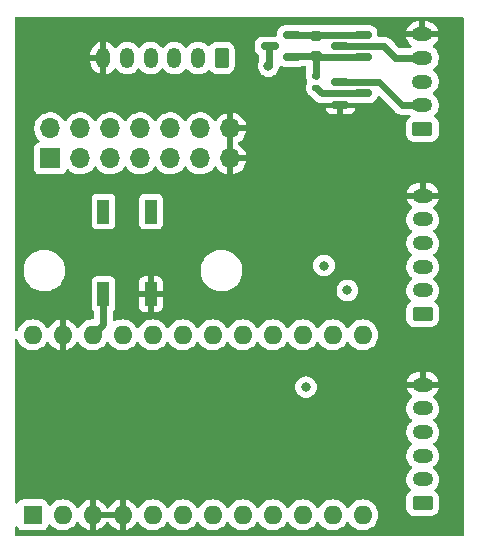
<source format=gbr>
%TF.GenerationSoftware,KiCad,Pcbnew,(6.0.9)*%
%TF.CreationDate,2023-01-21T18:50:51-09:00*%
%TF.ProjectId,CONTROLLER_Stick,434f4e54-524f-44c4-9c45-525f53746963,rev?*%
%TF.SameCoordinates,Original*%
%TF.FileFunction,Copper,L1,Top*%
%TF.FilePolarity,Positive*%
%FSLAX46Y46*%
G04 Gerber Fmt 4.6, Leading zero omitted, Abs format (unit mm)*
G04 Created by KiCad (PCBNEW (6.0.9)) date 2023-01-21 18:50:51*
%MOMM*%
%LPD*%
G01*
G04 APERTURE LIST*
G04 Aperture macros list*
%AMRoundRect*
0 Rectangle with rounded corners*
0 $1 Rounding radius*
0 $2 $3 $4 $5 $6 $7 $8 $9 X,Y pos of 4 corners*
0 Add a 4 corners polygon primitive as box body*
4,1,4,$2,$3,$4,$5,$6,$7,$8,$9,$2,$3,0*
0 Add four circle primitives for the rounded corners*
1,1,$1+$1,$2,$3*
1,1,$1+$1,$4,$5*
1,1,$1+$1,$6,$7*
1,1,$1+$1,$8,$9*
0 Add four rect primitives between the rounded corners*
20,1,$1+$1,$2,$3,$4,$5,0*
20,1,$1+$1,$4,$5,$6,$7,0*
20,1,$1+$1,$6,$7,$8,$9,0*
20,1,$1+$1,$8,$9,$2,$3,0*%
G04 Aperture macros list end*
%TA.AperFunction,SMDPad,CuDef*%
%ADD10RoundRect,0.200000X-0.275000X0.200000X-0.275000X-0.200000X0.275000X-0.200000X0.275000X0.200000X0*%
%TD*%
%TA.AperFunction,SMDPad,CuDef*%
%ADD11RoundRect,0.150000X-0.587500X-0.150000X0.587500X-0.150000X0.587500X0.150000X-0.587500X0.150000X0*%
%TD*%
%TA.AperFunction,SMDPad,CuDef*%
%ADD12RoundRect,0.150000X0.587500X0.150000X-0.587500X0.150000X-0.587500X-0.150000X0.587500X-0.150000X0*%
%TD*%
%TA.AperFunction,SMDPad,CuDef*%
%ADD13RoundRect,0.135000X-0.185000X0.135000X-0.185000X-0.135000X0.185000X-0.135000X0.185000X0.135000X0*%
%TD*%
%TA.AperFunction,ComponentPad*%
%ADD14RoundRect,0.250000X0.625000X-0.350000X0.625000X0.350000X-0.625000X0.350000X-0.625000X-0.350000X0*%
%TD*%
%TA.AperFunction,ComponentPad*%
%ADD15O,1.750000X1.200000*%
%TD*%
%TA.AperFunction,SMDPad,CuDef*%
%ADD16R,1.000000X2.000000*%
%TD*%
%TA.AperFunction,ComponentPad*%
%ADD17R,1.600000X1.600000*%
%TD*%
%TA.AperFunction,ComponentPad*%
%ADD18O,1.600000X1.600000*%
%TD*%
%TA.AperFunction,ComponentPad*%
%ADD19RoundRect,0.250000X0.350000X0.625000X-0.350000X0.625000X-0.350000X-0.625000X0.350000X-0.625000X0*%
%TD*%
%TA.AperFunction,ComponentPad*%
%ADD20O,1.200000X1.750000*%
%TD*%
%TA.AperFunction,ComponentPad*%
%ADD21O,1.700000X1.700000*%
%TD*%
%TA.AperFunction,ComponentPad*%
%ADD22R,1.700000X1.700000*%
%TD*%
%TA.AperFunction,ViaPad*%
%ADD23C,0.800000*%
%TD*%
%TA.AperFunction,Conductor*%
%ADD24C,0.609600*%
%TD*%
G04 APERTURE END LIST*
D10*
%TO.P,R1,1*%
%TO.N,Net-(Q1-Pad2)*%
X26000000Y-2175000D03*
%TO.P,R1,2*%
%TO.N,Net-(Q1-Pad1)*%
X26000000Y-3825000D03*
%TD*%
D11*
%TO.P,Q3,1*%
%TO.N,/CSg*%
X28062500Y-6050000D03*
%TO.P,Q3,2*%
%TO.N,GND*%
X28062500Y-7950000D03*
%TO.P,Q3,3*%
%TO.N,Net-(Q3-Pad3)*%
X29937500Y-7000000D03*
%TD*%
D12*
%TO.P,Q2,1*%
%TO.N,Net-(Q1-Pad1)*%
X29937500Y-3950000D03*
%TO.P,Q2,2*%
%TO.N,Net-(Q1-Pad2)*%
X29937500Y-2050000D03*
%TO.P,Q2,3*%
%TO.N,/MISOg*%
X28062500Y-3000000D03*
%TD*%
%TO.P,Q1,1*%
%TO.N,Net-(Q1-Pad1)*%
X23937500Y-3950000D03*
%TO.P,Q1,2*%
%TO.N,Net-(Q1-Pad2)*%
X23937500Y-2050000D03*
%TO.P,Q1,3*%
%TO.N,/MISO*%
X22062500Y-3000000D03*
%TD*%
D13*
%TO.P,R2,1*%
%TO.N,Net-(Q1-Pad1)*%
X26000000Y-5490000D03*
%TO.P,R2,2*%
%TO.N,Net-(Q3-Pad3)*%
X26000000Y-6510000D03*
%TD*%
D14*
%TO.P,J4,1*%
%TO.N,+5V*%
X35000000Y-10000000D03*
D15*
%TO.P,J4,2*%
%TO.N,/CSg*%
X35000000Y-8000000D03*
%TO.P,J4,3*%
%TO.N,/SCK*%
X35000000Y-6000000D03*
%TO.P,J4,4*%
%TO.N,/MISOg*%
X35000000Y-4000000D03*
%TO.P,J4,5*%
%TO.N,GND*%
X35000000Y-2000000D03*
%TD*%
D14*
%TO.P,J2,1*%
%TO.N,+5V*%
X35024000Y-41670000D03*
D15*
%TO.P,J2,2*%
%TO.N,/MISO*%
X35024000Y-39670000D03*
%TO.P,J2,3*%
%TO.N,/MOSI*%
X35024000Y-37670000D03*
%TO.P,J2,4*%
%TO.N,/SCK*%
X35024000Y-35670000D03*
%TO.P,J2,5*%
%TO.N,/CSy*%
X35024000Y-33670000D03*
%TO.P,J2,6*%
%TO.N,GND*%
X35024000Y-31670000D03*
%TD*%
D14*
%TO.P,J1,1*%
%TO.N,+5V*%
X35024000Y-25670000D03*
D15*
%TO.P,J1,2*%
%TO.N,/MISO*%
X35024000Y-23670000D03*
%TO.P,J1,3*%
%TO.N,/MOSI*%
X35024000Y-21670000D03*
%TO.P,J1,4*%
%TO.N,/SCK*%
X35024000Y-19670000D03*
%TO.P,J1,5*%
%TO.N,/CSx*%
X35024000Y-17670000D03*
%TO.P,J1,6*%
%TO.N,GND*%
X35024000Y-15670000D03*
%TD*%
D16*
%TO.P,SW1,1*%
%TO.N,/RST*%
X8000000Y-24000000D03*
%TO.P,SW1,2*%
%TO.N,Net-(SW1-Pad2)*%
X8000000Y-17000000D03*
%TO.P,SW1,3*%
%TO.N,GND*%
X12000000Y-24000000D03*
%TO.P,SW1,4*%
%TO.N,Net-(SW1-Pad4)*%
X12000000Y-17000000D03*
%TD*%
D17*
%TO.P,U1,1*%
%TO.N,/D1*%
X2004000Y-42688000D03*
D18*
%TO.P,U1,2*%
%TO.N,/D0*%
X4544000Y-42688000D03*
%TO.P,U1,3*%
%TO.N,GND*%
X7084000Y-42688000D03*
%TO.P,U1,4*%
X9624000Y-42688000D03*
%TO.P,U1,5*%
%TO.N,/D2*%
X12164000Y-42688000D03*
%TO.P,U1,6*%
%TO.N,/~{D3}*%
X14704000Y-42688000D03*
%TO.P,U1,7*%
%TO.N,/D4A6*%
X17244000Y-42688000D03*
%TO.P,U1,8*%
%TO.N,/~{D5}*%
X19784000Y-42688000D03*
%TO.P,U1,9*%
%TO.N,/CSg*%
X22324000Y-42688000D03*
%TO.P,U1,10*%
%TO.N,/CSz*%
X24864000Y-42688000D03*
%TO.P,U1,11*%
%TO.N,/CSy*%
X27404000Y-42688000D03*
%TO.P,U1,12*%
%TO.N,/CSx*%
X29944000Y-42688000D03*
%TO.P,U1,13*%
%TO.N,/~{D10A10}*%
X29944000Y-27448000D03*
%TO.P,U1,14*%
%TO.N,/MOSI*%
X27404000Y-27448000D03*
%TO.P,U1,15*%
%TO.N,/MISO*%
X24864000Y-27448000D03*
%TO.P,U1,16*%
%TO.N,/SCK*%
X22324000Y-27448000D03*
%TO.P,U1,17*%
%TO.N,/A0*%
X19784000Y-27448000D03*
%TO.P,U1,18*%
%TO.N,/A1*%
X17244000Y-27448000D03*
%TO.P,U1,19*%
%TO.N,/A2*%
X14704000Y-27448000D03*
%TO.P,U1,20*%
%TO.N,/A3*%
X12164000Y-27448000D03*
%TO.P,U1,21*%
%TO.N,+5V*%
X9624000Y-27448000D03*
%TO.P,U1,22*%
%TO.N,/RST*%
X7084000Y-27448000D03*
%TO.P,U1,23*%
%TO.N,GND*%
X4544000Y-27448000D03*
%TO.P,U1,24*%
%TO.N,Net-(U1-Pad24)*%
X2004000Y-27448000D03*
%TD*%
D19*
%TO.P,J3,1*%
%TO.N,+5V*%
X18000000Y-4000000D03*
D20*
%TO.P,J3,2*%
%TO.N,/MISO*%
X16000000Y-4000000D03*
%TO.P,J3,3*%
%TO.N,/MOSI*%
X14000000Y-4000000D03*
%TO.P,J3,4*%
%TO.N,/SCK*%
X12000000Y-4000000D03*
%TO.P,J3,5*%
%TO.N,/CSz*%
X10000000Y-4000000D03*
%TO.P,J3,6*%
%TO.N,GND*%
X8000000Y-4000000D03*
%TD*%
D21*
%TO.P,J5,14*%
%TO.N,GND*%
X18740000Y-9960000D03*
%TO.P,J5,13*%
X18740000Y-12500000D03*
%TO.P,J5,12*%
%TO.N,/~{D10A10}*%
X16200000Y-9960000D03*
%TO.P,J5,11*%
%TO.N,/~{D5}*%
X16200000Y-12500000D03*
%TO.P,J5,10*%
%TO.N,/A0*%
X13660000Y-9960000D03*
%TO.P,J5,9*%
%TO.N,/D4A6*%
X13660000Y-12500000D03*
%TO.P,J5,8*%
%TO.N,/A1*%
X11120000Y-9960000D03*
%TO.P,J5,7*%
%TO.N,/~{D3}*%
X11120000Y-12500000D03*
%TO.P,J5,6*%
%TO.N,/A2*%
X8580000Y-9960000D03*
%TO.P,J5,5*%
%TO.N,/D2*%
X8580000Y-12500000D03*
%TO.P,J5,4*%
%TO.N,/A3*%
X6040000Y-9960000D03*
%TO.P,J5,3*%
%TO.N,/D0*%
X6040000Y-12500000D03*
%TO.P,J5,2*%
%TO.N,+5V*%
X3500000Y-9960000D03*
D22*
%TO.P,J5,1*%
%TO.N,/D1*%
X3500000Y-12500000D03*
%TD*%
D23*
%TO.N,/MOSI*%
X25146000Y-31859500D03*
%TO.N,/MISO*%
X21971000Y-4681500D03*
X26670000Y-21572500D03*
X28642000Y-23670000D03*
%TD*%
D24*
%TO.N,/MISO*%
X22000000Y-4652500D02*
X21971000Y-4681500D01*
X22000000Y-3000000D02*
X22000000Y-4652500D01*
%TO.N,/CSg*%
X28000000Y-6050000D02*
X31334000Y-6050000D01*
X31334000Y-6050000D02*
X33267500Y-7983500D01*
X34983500Y-7983500D02*
X35000000Y-8000000D01*
X33267500Y-7983500D02*
X34983500Y-7983500D01*
%TO.N,/MISOg*%
X28000000Y-3000000D02*
X31719500Y-3000000D01*
X32719500Y-4000000D02*
X35000000Y-4000000D01*
X31719500Y-3000000D02*
X32719500Y-4000000D01*
%TO.N,Net-(Q1-Pad2)*%
X25875000Y-2050000D02*
X26000000Y-2175000D01*
X24000000Y-2050000D02*
X25875000Y-2050000D01*
X26125000Y-2050000D02*
X30000000Y-2050000D01*
X26000000Y-2175000D02*
X26125000Y-2050000D01*
%TO.N,Net-(Q1-Pad1)*%
X26125000Y-3950000D02*
X26000000Y-3825000D01*
X30000000Y-3950000D02*
X26125000Y-3950000D01*
X24125000Y-3825000D02*
X24000000Y-3950000D01*
X26000000Y-3825000D02*
X24125000Y-3825000D01*
X26000000Y-3825000D02*
X26000000Y-5490000D01*
%TO.N,Net-(Q3-Pad3)*%
X26490000Y-7000000D02*
X30000000Y-7000000D01*
X26000000Y-6510000D02*
X26490000Y-7000000D01*
%TO.N,/RST*%
X7084000Y-27448000D02*
X8001000Y-26531000D01*
X8001000Y-24001000D02*
X8000000Y-24000000D01*
X8001000Y-26531000D02*
X8001000Y-24001000D01*
%TD*%
%TA.AperFunction,Conductor*%
%TO.N,GND*%
G36*
X38433621Y-528502D02*
G01*
X38480114Y-582158D01*
X38491500Y-634500D01*
X38491500Y-44365500D01*
X38471498Y-44433621D01*
X38417842Y-44480114D01*
X38365500Y-44491500D01*
X634500Y-44491500D01*
X566379Y-44471498D01*
X519886Y-44417842D01*
X508500Y-44365500D01*
X508500Y-43776526D01*
X528502Y-43708405D01*
X582158Y-43661912D01*
X652432Y-43651808D01*
X717012Y-43681302D01*
X743685Y-43719650D01*
X745923Y-43718425D01*
X750233Y-43726297D01*
X753385Y-43734705D01*
X840739Y-43851261D01*
X957295Y-43938615D01*
X1093684Y-43989745D01*
X1155866Y-43996500D01*
X2852134Y-43996500D01*
X2914316Y-43989745D01*
X3050705Y-43938615D01*
X3167261Y-43851261D01*
X3254615Y-43734705D01*
X3305745Y-43598316D01*
X3306917Y-43587526D01*
X3307803Y-43585394D01*
X3308425Y-43582778D01*
X3308848Y-43582879D01*
X3334155Y-43521965D01*
X3392517Y-43481537D01*
X3463471Y-43479078D01*
X3524490Y-43515371D01*
X3531489Y-43524031D01*
X3534643Y-43527789D01*
X3537802Y-43532300D01*
X3699700Y-43694198D01*
X3704208Y-43697355D01*
X3704211Y-43697357D01*
X3736049Y-43719650D01*
X3887251Y-43825523D01*
X3892233Y-43827846D01*
X3892238Y-43827849D01*
X4088765Y-43919490D01*
X4094757Y-43922284D01*
X4100065Y-43923706D01*
X4100067Y-43923707D01*
X4310598Y-43980119D01*
X4310600Y-43980119D01*
X4315913Y-43981543D01*
X4544000Y-44001498D01*
X4772087Y-43981543D01*
X4777400Y-43980119D01*
X4777402Y-43980119D01*
X4987933Y-43923707D01*
X4987935Y-43923706D01*
X4993243Y-43922284D01*
X4999235Y-43919490D01*
X5195762Y-43827849D01*
X5195767Y-43827846D01*
X5200749Y-43825523D01*
X5351951Y-43719650D01*
X5383789Y-43697357D01*
X5383792Y-43697355D01*
X5388300Y-43694198D01*
X5550198Y-43532300D01*
X5681523Y-43344749D01*
X5683846Y-43339767D01*
X5683849Y-43339762D01*
X5700081Y-43304951D01*
X5746998Y-43251666D01*
X5815275Y-43232205D01*
X5883235Y-43252747D01*
X5928471Y-43304951D01*
X5944586Y-43339511D01*
X5950069Y-43349007D01*
X6075028Y-43527467D01*
X6082084Y-43535875D01*
X6236125Y-43689916D01*
X6244533Y-43696972D01*
X6422993Y-43821931D01*
X6432489Y-43827414D01*
X6629947Y-43919490D01*
X6640239Y-43923236D01*
X6812503Y-43969394D01*
X6826599Y-43969058D01*
X6830000Y-43961116D01*
X6830000Y-43955967D01*
X7338000Y-43955967D01*
X7341973Y-43969498D01*
X7350522Y-43970727D01*
X7527761Y-43923236D01*
X7538053Y-43919490D01*
X7735511Y-43827414D01*
X7745007Y-43821931D01*
X7923467Y-43696972D01*
X7931875Y-43689916D01*
X8085916Y-43535875D01*
X8092972Y-43527467D01*
X8217931Y-43349007D01*
X8223414Y-43339511D01*
X8239805Y-43304359D01*
X8286722Y-43251074D01*
X8354999Y-43231613D01*
X8422959Y-43252155D01*
X8468195Y-43304359D01*
X8484586Y-43339511D01*
X8490069Y-43349007D01*
X8615028Y-43527467D01*
X8622084Y-43535875D01*
X8776125Y-43689916D01*
X8784533Y-43696972D01*
X8962993Y-43821931D01*
X8972489Y-43827414D01*
X9169947Y-43919490D01*
X9180239Y-43923236D01*
X9352503Y-43969394D01*
X9366599Y-43969058D01*
X9370000Y-43961116D01*
X9370000Y-43955967D01*
X9878000Y-43955967D01*
X9881973Y-43969498D01*
X9890522Y-43970727D01*
X10067761Y-43923236D01*
X10078053Y-43919490D01*
X10275511Y-43827414D01*
X10285007Y-43821931D01*
X10463467Y-43696972D01*
X10471875Y-43689916D01*
X10625916Y-43535875D01*
X10632972Y-43527467D01*
X10757931Y-43349007D01*
X10763414Y-43339511D01*
X10779529Y-43304951D01*
X10826446Y-43251666D01*
X10894723Y-43232205D01*
X10962683Y-43252747D01*
X11007919Y-43304951D01*
X11024151Y-43339762D01*
X11024154Y-43339767D01*
X11026477Y-43344749D01*
X11157802Y-43532300D01*
X11319700Y-43694198D01*
X11324208Y-43697355D01*
X11324211Y-43697357D01*
X11356049Y-43719650D01*
X11507251Y-43825523D01*
X11512233Y-43827846D01*
X11512238Y-43827849D01*
X11708765Y-43919490D01*
X11714757Y-43922284D01*
X11720065Y-43923706D01*
X11720067Y-43923707D01*
X11930598Y-43980119D01*
X11930600Y-43980119D01*
X11935913Y-43981543D01*
X12164000Y-44001498D01*
X12392087Y-43981543D01*
X12397400Y-43980119D01*
X12397402Y-43980119D01*
X12607933Y-43923707D01*
X12607935Y-43923706D01*
X12613243Y-43922284D01*
X12619235Y-43919490D01*
X12815762Y-43827849D01*
X12815767Y-43827846D01*
X12820749Y-43825523D01*
X12971951Y-43719650D01*
X13003789Y-43697357D01*
X13003792Y-43697355D01*
X13008300Y-43694198D01*
X13170198Y-43532300D01*
X13301523Y-43344749D01*
X13303846Y-43339767D01*
X13303849Y-43339762D01*
X13319805Y-43305543D01*
X13366722Y-43252258D01*
X13434999Y-43232797D01*
X13502959Y-43253339D01*
X13548195Y-43305543D01*
X13564151Y-43339762D01*
X13564154Y-43339767D01*
X13566477Y-43344749D01*
X13697802Y-43532300D01*
X13859700Y-43694198D01*
X13864208Y-43697355D01*
X13864211Y-43697357D01*
X13896049Y-43719650D01*
X14047251Y-43825523D01*
X14052233Y-43827846D01*
X14052238Y-43827849D01*
X14248765Y-43919490D01*
X14254757Y-43922284D01*
X14260065Y-43923706D01*
X14260067Y-43923707D01*
X14470598Y-43980119D01*
X14470600Y-43980119D01*
X14475913Y-43981543D01*
X14704000Y-44001498D01*
X14932087Y-43981543D01*
X14937400Y-43980119D01*
X14937402Y-43980119D01*
X15147933Y-43923707D01*
X15147935Y-43923706D01*
X15153243Y-43922284D01*
X15159235Y-43919490D01*
X15355762Y-43827849D01*
X15355767Y-43827846D01*
X15360749Y-43825523D01*
X15511951Y-43719650D01*
X15543789Y-43697357D01*
X15543792Y-43697355D01*
X15548300Y-43694198D01*
X15710198Y-43532300D01*
X15841523Y-43344749D01*
X15843846Y-43339767D01*
X15843849Y-43339762D01*
X15859805Y-43305543D01*
X15906722Y-43252258D01*
X15974999Y-43232797D01*
X16042959Y-43253339D01*
X16088195Y-43305543D01*
X16104151Y-43339762D01*
X16104154Y-43339767D01*
X16106477Y-43344749D01*
X16237802Y-43532300D01*
X16399700Y-43694198D01*
X16404208Y-43697355D01*
X16404211Y-43697357D01*
X16436049Y-43719650D01*
X16587251Y-43825523D01*
X16592233Y-43827846D01*
X16592238Y-43827849D01*
X16788765Y-43919490D01*
X16794757Y-43922284D01*
X16800065Y-43923706D01*
X16800067Y-43923707D01*
X17010598Y-43980119D01*
X17010600Y-43980119D01*
X17015913Y-43981543D01*
X17244000Y-44001498D01*
X17472087Y-43981543D01*
X17477400Y-43980119D01*
X17477402Y-43980119D01*
X17687933Y-43923707D01*
X17687935Y-43923706D01*
X17693243Y-43922284D01*
X17699235Y-43919490D01*
X17895762Y-43827849D01*
X17895767Y-43827846D01*
X17900749Y-43825523D01*
X18051951Y-43719650D01*
X18083789Y-43697357D01*
X18083792Y-43697355D01*
X18088300Y-43694198D01*
X18250198Y-43532300D01*
X18381523Y-43344749D01*
X18383846Y-43339767D01*
X18383849Y-43339762D01*
X18399805Y-43305543D01*
X18446722Y-43252258D01*
X18514999Y-43232797D01*
X18582959Y-43253339D01*
X18628195Y-43305543D01*
X18644151Y-43339762D01*
X18644154Y-43339767D01*
X18646477Y-43344749D01*
X18777802Y-43532300D01*
X18939700Y-43694198D01*
X18944208Y-43697355D01*
X18944211Y-43697357D01*
X18976049Y-43719650D01*
X19127251Y-43825523D01*
X19132233Y-43827846D01*
X19132238Y-43827849D01*
X19328765Y-43919490D01*
X19334757Y-43922284D01*
X19340065Y-43923706D01*
X19340067Y-43923707D01*
X19550598Y-43980119D01*
X19550600Y-43980119D01*
X19555913Y-43981543D01*
X19784000Y-44001498D01*
X20012087Y-43981543D01*
X20017400Y-43980119D01*
X20017402Y-43980119D01*
X20227933Y-43923707D01*
X20227935Y-43923706D01*
X20233243Y-43922284D01*
X20239235Y-43919490D01*
X20435762Y-43827849D01*
X20435767Y-43827846D01*
X20440749Y-43825523D01*
X20591951Y-43719650D01*
X20623789Y-43697357D01*
X20623792Y-43697355D01*
X20628300Y-43694198D01*
X20790198Y-43532300D01*
X20921523Y-43344749D01*
X20923846Y-43339767D01*
X20923849Y-43339762D01*
X20939805Y-43305543D01*
X20986722Y-43252258D01*
X21054999Y-43232797D01*
X21122959Y-43253339D01*
X21168195Y-43305543D01*
X21184151Y-43339762D01*
X21184154Y-43339767D01*
X21186477Y-43344749D01*
X21317802Y-43532300D01*
X21479700Y-43694198D01*
X21484208Y-43697355D01*
X21484211Y-43697357D01*
X21516049Y-43719650D01*
X21667251Y-43825523D01*
X21672233Y-43827846D01*
X21672238Y-43827849D01*
X21868765Y-43919490D01*
X21874757Y-43922284D01*
X21880065Y-43923706D01*
X21880067Y-43923707D01*
X22090598Y-43980119D01*
X22090600Y-43980119D01*
X22095913Y-43981543D01*
X22324000Y-44001498D01*
X22552087Y-43981543D01*
X22557400Y-43980119D01*
X22557402Y-43980119D01*
X22767933Y-43923707D01*
X22767935Y-43923706D01*
X22773243Y-43922284D01*
X22779235Y-43919490D01*
X22975762Y-43827849D01*
X22975767Y-43827846D01*
X22980749Y-43825523D01*
X23131951Y-43719650D01*
X23163789Y-43697357D01*
X23163792Y-43697355D01*
X23168300Y-43694198D01*
X23330198Y-43532300D01*
X23461523Y-43344749D01*
X23463846Y-43339767D01*
X23463849Y-43339762D01*
X23479805Y-43305543D01*
X23526722Y-43252258D01*
X23594999Y-43232797D01*
X23662959Y-43253339D01*
X23708195Y-43305543D01*
X23724151Y-43339762D01*
X23724154Y-43339767D01*
X23726477Y-43344749D01*
X23857802Y-43532300D01*
X24019700Y-43694198D01*
X24024208Y-43697355D01*
X24024211Y-43697357D01*
X24056049Y-43719650D01*
X24207251Y-43825523D01*
X24212233Y-43827846D01*
X24212238Y-43827849D01*
X24408765Y-43919490D01*
X24414757Y-43922284D01*
X24420065Y-43923706D01*
X24420067Y-43923707D01*
X24630598Y-43980119D01*
X24630600Y-43980119D01*
X24635913Y-43981543D01*
X24864000Y-44001498D01*
X25092087Y-43981543D01*
X25097400Y-43980119D01*
X25097402Y-43980119D01*
X25307933Y-43923707D01*
X25307935Y-43923706D01*
X25313243Y-43922284D01*
X25319235Y-43919490D01*
X25515762Y-43827849D01*
X25515767Y-43827846D01*
X25520749Y-43825523D01*
X25671951Y-43719650D01*
X25703789Y-43697357D01*
X25703792Y-43697355D01*
X25708300Y-43694198D01*
X25870198Y-43532300D01*
X26001523Y-43344749D01*
X26003846Y-43339767D01*
X26003849Y-43339762D01*
X26019805Y-43305543D01*
X26066722Y-43252258D01*
X26134999Y-43232797D01*
X26202959Y-43253339D01*
X26248195Y-43305543D01*
X26264151Y-43339762D01*
X26264154Y-43339767D01*
X26266477Y-43344749D01*
X26397802Y-43532300D01*
X26559700Y-43694198D01*
X26564208Y-43697355D01*
X26564211Y-43697357D01*
X26596049Y-43719650D01*
X26747251Y-43825523D01*
X26752233Y-43827846D01*
X26752238Y-43827849D01*
X26948765Y-43919490D01*
X26954757Y-43922284D01*
X26960065Y-43923706D01*
X26960067Y-43923707D01*
X27170598Y-43980119D01*
X27170600Y-43980119D01*
X27175913Y-43981543D01*
X27404000Y-44001498D01*
X27632087Y-43981543D01*
X27637400Y-43980119D01*
X27637402Y-43980119D01*
X27847933Y-43923707D01*
X27847935Y-43923706D01*
X27853243Y-43922284D01*
X27859235Y-43919490D01*
X28055762Y-43827849D01*
X28055767Y-43827846D01*
X28060749Y-43825523D01*
X28211951Y-43719650D01*
X28243789Y-43697357D01*
X28243792Y-43697355D01*
X28248300Y-43694198D01*
X28410198Y-43532300D01*
X28541523Y-43344749D01*
X28543846Y-43339767D01*
X28543849Y-43339762D01*
X28559805Y-43305543D01*
X28606722Y-43252258D01*
X28674999Y-43232797D01*
X28742959Y-43253339D01*
X28788195Y-43305543D01*
X28804151Y-43339762D01*
X28804154Y-43339767D01*
X28806477Y-43344749D01*
X28937802Y-43532300D01*
X29099700Y-43694198D01*
X29104208Y-43697355D01*
X29104211Y-43697357D01*
X29136049Y-43719650D01*
X29287251Y-43825523D01*
X29292233Y-43827846D01*
X29292238Y-43827849D01*
X29488765Y-43919490D01*
X29494757Y-43922284D01*
X29500065Y-43923706D01*
X29500067Y-43923707D01*
X29710598Y-43980119D01*
X29710600Y-43980119D01*
X29715913Y-43981543D01*
X29944000Y-44001498D01*
X30172087Y-43981543D01*
X30177400Y-43980119D01*
X30177402Y-43980119D01*
X30387933Y-43923707D01*
X30387935Y-43923706D01*
X30393243Y-43922284D01*
X30399235Y-43919490D01*
X30595762Y-43827849D01*
X30595767Y-43827846D01*
X30600749Y-43825523D01*
X30751951Y-43719650D01*
X30783789Y-43697357D01*
X30783792Y-43697355D01*
X30788300Y-43694198D01*
X30950198Y-43532300D01*
X31081523Y-43344749D01*
X31083846Y-43339767D01*
X31083849Y-43339762D01*
X31175961Y-43142225D01*
X31175961Y-43142224D01*
X31178284Y-43137243D01*
X31226970Y-42955548D01*
X31236119Y-42921402D01*
X31236119Y-42921400D01*
X31237543Y-42916087D01*
X31257498Y-42688000D01*
X31237543Y-42459913D01*
X31229028Y-42428135D01*
X31179707Y-42244067D01*
X31179706Y-42244065D01*
X31178284Y-42238757D01*
X31101270Y-42073598D01*
X31083849Y-42036238D01*
X31083846Y-42036233D01*
X31081523Y-42031251D01*
X30950198Y-41843700D01*
X30788300Y-41681802D01*
X30783792Y-41678645D01*
X30783789Y-41678643D01*
X30670724Y-41599474D01*
X30600749Y-41550477D01*
X30595767Y-41548154D01*
X30595762Y-41548151D01*
X30398225Y-41456039D01*
X30398224Y-41456039D01*
X30393243Y-41453716D01*
X30387935Y-41452294D01*
X30387933Y-41452293D01*
X30177402Y-41395881D01*
X30177400Y-41395881D01*
X30172087Y-41394457D01*
X29944000Y-41374502D01*
X29715913Y-41394457D01*
X29710600Y-41395881D01*
X29710598Y-41395881D01*
X29500067Y-41452293D01*
X29500065Y-41452294D01*
X29494757Y-41453716D01*
X29489776Y-41456039D01*
X29489775Y-41456039D01*
X29292238Y-41548151D01*
X29292233Y-41548154D01*
X29287251Y-41550477D01*
X29217276Y-41599474D01*
X29104211Y-41678643D01*
X29104208Y-41678645D01*
X29099700Y-41681802D01*
X28937802Y-41843700D01*
X28806477Y-42031251D01*
X28804154Y-42036233D01*
X28804151Y-42036238D01*
X28788195Y-42070457D01*
X28741278Y-42123742D01*
X28673001Y-42143203D01*
X28605041Y-42122661D01*
X28559805Y-42070457D01*
X28543849Y-42036238D01*
X28543846Y-42036233D01*
X28541523Y-42031251D01*
X28410198Y-41843700D01*
X28248300Y-41681802D01*
X28243792Y-41678645D01*
X28243789Y-41678643D01*
X28130724Y-41599474D01*
X28060749Y-41550477D01*
X28055767Y-41548154D01*
X28055762Y-41548151D01*
X27858225Y-41456039D01*
X27858224Y-41456039D01*
X27853243Y-41453716D01*
X27847935Y-41452294D01*
X27847933Y-41452293D01*
X27637402Y-41395881D01*
X27637400Y-41395881D01*
X27632087Y-41394457D01*
X27404000Y-41374502D01*
X27175913Y-41394457D01*
X27170600Y-41395881D01*
X27170598Y-41395881D01*
X26960067Y-41452293D01*
X26960065Y-41452294D01*
X26954757Y-41453716D01*
X26949776Y-41456039D01*
X26949775Y-41456039D01*
X26752238Y-41548151D01*
X26752233Y-41548154D01*
X26747251Y-41550477D01*
X26677276Y-41599474D01*
X26564211Y-41678643D01*
X26564208Y-41678645D01*
X26559700Y-41681802D01*
X26397802Y-41843700D01*
X26266477Y-42031251D01*
X26264154Y-42036233D01*
X26264151Y-42036238D01*
X26248195Y-42070457D01*
X26201278Y-42123742D01*
X26133001Y-42143203D01*
X26065041Y-42122661D01*
X26019805Y-42070457D01*
X26003849Y-42036238D01*
X26003846Y-42036233D01*
X26001523Y-42031251D01*
X25870198Y-41843700D01*
X25708300Y-41681802D01*
X25703792Y-41678645D01*
X25703789Y-41678643D01*
X25590724Y-41599474D01*
X25520749Y-41550477D01*
X25515767Y-41548154D01*
X25515762Y-41548151D01*
X25318225Y-41456039D01*
X25318224Y-41456039D01*
X25313243Y-41453716D01*
X25307935Y-41452294D01*
X25307933Y-41452293D01*
X25097402Y-41395881D01*
X25097400Y-41395881D01*
X25092087Y-41394457D01*
X24864000Y-41374502D01*
X24635913Y-41394457D01*
X24630600Y-41395881D01*
X24630598Y-41395881D01*
X24420067Y-41452293D01*
X24420065Y-41452294D01*
X24414757Y-41453716D01*
X24409776Y-41456039D01*
X24409775Y-41456039D01*
X24212238Y-41548151D01*
X24212233Y-41548154D01*
X24207251Y-41550477D01*
X24137276Y-41599474D01*
X24024211Y-41678643D01*
X24024208Y-41678645D01*
X24019700Y-41681802D01*
X23857802Y-41843700D01*
X23726477Y-42031251D01*
X23724154Y-42036233D01*
X23724151Y-42036238D01*
X23708195Y-42070457D01*
X23661278Y-42123742D01*
X23593001Y-42143203D01*
X23525041Y-42122661D01*
X23479805Y-42070457D01*
X23463849Y-42036238D01*
X23463846Y-42036233D01*
X23461523Y-42031251D01*
X23330198Y-41843700D01*
X23168300Y-41681802D01*
X23163792Y-41678645D01*
X23163789Y-41678643D01*
X23050724Y-41599474D01*
X22980749Y-41550477D01*
X22975767Y-41548154D01*
X22975762Y-41548151D01*
X22778225Y-41456039D01*
X22778224Y-41456039D01*
X22773243Y-41453716D01*
X22767935Y-41452294D01*
X22767933Y-41452293D01*
X22557402Y-41395881D01*
X22557400Y-41395881D01*
X22552087Y-41394457D01*
X22324000Y-41374502D01*
X22095913Y-41394457D01*
X22090600Y-41395881D01*
X22090598Y-41395881D01*
X21880067Y-41452293D01*
X21880065Y-41452294D01*
X21874757Y-41453716D01*
X21869776Y-41456039D01*
X21869775Y-41456039D01*
X21672238Y-41548151D01*
X21672233Y-41548154D01*
X21667251Y-41550477D01*
X21597276Y-41599474D01*
X21484211Y-41678643D01*
X21484208Y-41678645D01*
X21479700Y-41681802D01*
X21317802Y-41843700D01*
X21186477Y-42031251D01*
X21184154Y-42036233D01*
X21184151Y-42036238D01*
X21168195Y-42070457D01*
X21121278Y-42123742D01*
X21053001Y-42143203D01*
X20985041Y-42122661D01*
X20939805Y-42070457D01*
X20923849Y-42036238D01*
X20923846Y-42036233D01*
X20921523Y-42031251D01*
X20790198Y-41843700D01*
X20628300Y-41681802D01*
X20623792Y-41678645D01*
X20623789Y-41678643D01*
X20510724Y-41599474D01*
X20440749Y-41550477D01*
X20435767Y-41548154D01*
X20435762Y-41548151D01*
X20238225Y-41456039D01*
X20238224Y-41456039D01*
X20233243Y-41453716D01*
X20227935Y-41452294D01*
X20227933Y-41452293D01*
X20017402Y-41395881D01*
X20017400Y-41395881D01*
X20012087Y-41394457D01*
X19784000Y-41374502D01*
X19555913Y-41394457D01*
X19550600Y-41395881D01*
X19550598Y-41395881D01*
X19340067Y-41452293D01*
X19340065Y-41452294D01*
X19334757Y-41453716D01*
X19329776Y-41456039D01*
X19329775Y-41456039D01*
X19132238Y-41548151D01*
X19132233Y-41548154D01*
X19127251Y-41550477D01*
X19057276Y-41599474D01*
X18944211Y-41678643D01*
X18944208Y-41678645D01*
X18939700Y-41681802D01*
X18777802Y-41843700D01*
X18646477Y-42031251D01*
X18644154Y-42036233D01*
X18644151Y-42036238D01*
X18628195Y-42070457D01*
X18581278Y-42123742D01*
X18513001Y-42143203D01*
X18445041Y-42122661D01*
X18399805Y-42070457D01*
X18383849Y-42036238D01*
X18383846Y-42036233D01*
X18381523Y-42031251D01*
X18250198Y-41843700D01*
X18088300Y-41681802D01*
X18083792Y-41678645D01*
X18083789Y-41678643D01*
X17970724Y-41599474D01*
X17900749Y-41550477D01*
X17895767Y-41548154D01*
X17895762Y-41548151D01*
X17698225Y-41456039D01*
X17698224Y-41456039D01*
X17693243Y-41453716D01*
X17687935Y-41452294D01*
X17687933Y-41452293D01*
X17477402Y-41395881D01*
X17477400Y-41395881D01*
X17472087Y-41394457D01*
X17244000Y-41374502D01*
X17015913Y-41394457D01*
X17010600Y-41395881D01*
X17010598Y-41395881D01*
X16800067Y-41452293D01*
X16800065Y-41452294D01*
X16794757Y-41453716D01*
X16789776Y-41456039D01*
X16789775Y-41456039D01*
X16592238Y-41548151D01*
X16592233Y-41548154D01*
X16587251Y-41550477D01*
X16517276Y-41599474D01*
X16404211Y-41678643D01*
X16404208Y-41678645D01*
X16399700Y-41681802D01*
X16237802Y-41843700D01*
X16106477Y-42031251D01*
X16104154Y-42036233D01*
X16104151Y-42036238D01*
X16088195Y-42070457D01*
X16041278Y-42123742D01*
X15973001Y-42143203D01*
X15905041Y-42122661D01*
X15859805Y-42070457D01*
X15843849Y-42036238D01*
X15843846Y-42036233D01*
X15841523Y-42031251D01*
X15710198Y-41843700D01*
X15548300Y-41681802D01*
X15543792Y-41678645D01*
X15543789Y-41678643D01*
X15430724Y-41599474D01*
X15360749Y-41550477D01*
X15355767Y-41548154D01*
X15355762Y-41548151D01*
X15158225Y-41456039D01*
X15158224Y-41456039D01*
X15153243Y-41453716D01*
X15147935Y-41452294D01*
X15147933Y-41452293D01*
X14937402Y-41395881D01*
X14937400Y-41395881D01*
X14932087Y-41394457D01*
X14704000Y-41374502D01*
X14475913Y-41394457D01*
X14470600Y-41395881D01*
X14470598Y-41395881D01*
X14260067Y-41452293D01*
X14260065Y-41452294D01*
X14254757Y-41453716D01*
X14249776Y-41456039D01*
X14249775Y-41456039D01*
X14052238Y-41548151D01*
X14052233Y-41548154D01*
X14047251Y-41550477D01*
X13977276Y-41599474D01*
X13864211Y-41678643D01*
X13864208Y-41678645D01*
X13859700Y-41681802D01*
X13697802Y-41843700D01*
X13566477Y-42031251D01*
X13564154Y-42036233D01*
X13564151Y-42036238D01*
X13548195Y-42070457D01*
X13501278Y-42123742D01*
X13433001Y-42143203D01*
X13365041Y-42122661D01*
X13319805Y-42070457D01*
X13303849Y-42036238D01*
X13303846Y-42036233D01*
X13301523Y-42031251D01*
X13170198Y-41843700D01*
X13008300Y-41681802D01*
X13003792Y-41678645D01*
X13003789Y-41678643D01*
X12890724Y-41599474D01*
X12820749Y-41550477D01*
X12815767Y-41548154D01*
X12815762Y-41548151D01*
X12618225Y-41456039D01*
X12618224Y-41456039D01*
X12613243Y-41453716D01*
X12607935Y-41452294D01*
X12607933Y-41452293D01*
X12397402Y-41395881D01*
X12397400Y-41395881D01*
X12392087Y-41394457D01*
X12164000Y-41374502D01*
X11935913Y-41394457D01*
X11930600Y-41395881D01*
X11930598Y-41395881D01*
X11720067Y-41452293D01*
X11720065Y-41452294D01*
X11714757Y-41453716D01*
X11709776Y-41456039D01*
X11709775Y-41456039D01*
X11512238Y-41548151D01*
X11512233Y-41548154D01*
X11507251Y-41550477D01*
X11437276Y-41599474D01*
X11324211Y-41678643D01*
X11324208Y-41678645D01*
X11319700Y-41681802D01*
X11157802Y-41843700D01*
X11026477Y-42031251D01*
X11024154Y-42036233D01*
X11024151Y-42036238D01*
X11007919Y-42071049D01*
X10961002Y-42124334D01*
X10892725Y-42143795D01*
X10824765Y-42123253D01*
X10779529Y-42071049D01*
X10763414Y-42036489D01*
X10757931Y-42026993D01*
X10632972Y-41848533D01*
X10625916Y-41840125D01*
X10471875Y-41686084D01*
X10463467Y-41679028D01*
X10285007Y-41554069D01*
X10275511Y-41548586D01*
X10078053Y-41456510D01*
X10067761Y-41452764D01*
X9895497Y-41406606D01*
X9881401Y-41406942D01*
X9878000Y-41414884D01*
X9878000Y-43955967D01*
X9370000Y-43955967D01*
X9370000Y-42960115D01*
X9365525Y-42944876D01*
X9364135Y-42943671D01*
X9356452Y-42942000D01*
X7356115Y-42942000D01*
X7340876Y-42946475D01*
X7339671Y-42947865D01*
X7338000Y-42955548D01*
X7338000Y-43955967D01*
X6830000Y-43955967D01*
X6830000Y-42415885D01*
X7338000Y-42415885D01*
X7342475Y-42431124D01*
X7343865Y-42432329D01*
X7351548Y-42434000D01*
X9351885Y-42434000D01*
X9367124Y-42429525D01*
X9368329Y-42428135D01*
X9370000Y-42420452D01*
X9370000Y-41420033D01*
X9366027Y-41406502D01*
X9357478Y-41405273D01*
X9180239Y-41452764D01*
X9169947Y-41456510D01*
X8972489Y-41548586D01*
X8962993Y-41554069D01*
X8784533Y-41679028D01*
X8776125Y-41686084D01*
X8622084Y-41840125D01*
X8615028Y-41848533D01*
X8490069Y-42026993D01*
X8484586Y-42036489D01*
X8468195Y-42071641D01*
X8421278Y-42124926D01*
X8353001Y-42144387D01*
X8285041Y-42123845D01*
X8239805Y-42071641D01*
X8223414Y-42036489D01*
X8217931Y-42026993D01*
X8092972Y-41848533D01*
X8085916Y-41840125D01*
X7931875Y-41686084D01*
X7923467Y-41679028D01*
X7745007Y-41554069D01*
X7735511Y-41548586D01*
X7538053Y-41456510D01*
X7527761Y-41452764D01*
X7355497Y-41406606D01*
X7341401Y-41406942D01*
X7338000Y-41414884D01*
X7338000Y-42415885D01*
X6830000Y-42415885D01*
X6830000Y-41420033D01*
X6826027Y-41406502D01*
X6817478Y-41405273D01*
X6640239Y-41452764D01*
X6629947Y-41456510D01*
X6432489Y-41548586D01*
X6422993Y-41554069D01*
X6244533Y-41679028D01*
X6236125Y-41686084D01*
X6082084Y-41840125D01*
X6075028Y-41848533D01*
X5950069Y-42026993D01*
X5944586Y-42036489D01*
X5928471Y-42071049D01*
X5881554Y-42124334D01*
X5813277Y-42143795D01*
X5745317Y-42123253D01*
X5700081Y-42071049D01*
X5683849Y-42036238D01*
X5683846Y-42036233D01*
X5681523Y-42031251D01*
X5550198Y-41843700D01*
X5388300Y-41681802D01*
X5383792Y-41678645D01*
X5383789Y-41678643D01*
X5270724Y-41599474D01*
X5200749Y-41550477D01*
X5195767Y-41548154D01*
X5195762Y-41548151D01*
X4998225Y-41456039D01*
X4998224Y-41456039D01*
X4993243Y-41453716D01*
X4987935Y-41452294D01*
X4987933Y-41452293D01*
X4777402Y-41395881D01*
X4777400Y-41395881D01*
X4772087Y-41394457D01*
X4544000Y-41374502D01*
X4315913Y-41394457D01*
X4310600Y-41395881D01*
X4310598Y-41395881D01*
X4100067Y-41452293D01*
X4100065Y-41452294D01*
X4094757Y-41453716D01*
X4089776Y-41456039D01*
X4089775Y-41456039D01*
X3892238Y-41548151D01*
X3892233Y-41548154D01*
X3887251Y-41550477D01*
X3817276Y-41599474D01*
X3704211Y-41678643D01*
X3704208Y-41678645D01*
X3699700Y-41681802D01*
X3537802Y-41843700D01*
X3534643Y-41848211D01*
X3531108Y-41852424D01*
X3529974Y-41851473D01*
X3479929Y-41891471D01*
X3409310Y-41898776D01*
X3345951Y-41866742D01*
X3309970Y-41805538D01*
X3306918Y-41788483D01*
X3305745Y-41777684D01*
X3254615Y-41641295D01*
X3167261Y-41524739D01*
X3050705Y-41437385D01*
X2914316Y-41386255D01*
X2852134Y-41379500D01*
X1155866Y-41379500D01*
X1093684Y-41386255D01*
X957295Y-41437385D01*
X840739Y-41524739D01*
X753385Y-41641295D01*
X750233Y-41649703D01*
X745923Y-41657575D01*
X743187Y-41656077D01*
X709844Y-41700466D01*
X643283Y-41725167D01*
X573934Y-41709963D01*
X523814Y-41659678D01*
X508500Y-41599474D01*
X508500Y-39615604D01*
X33636787Y-39615604D01*
X33646567Y-39826899D01*
X33696125Y-40032534D01*
X33698607Y-40037992D01*
X33698608Y-40037996D01*
X33742053Y-40133546D01*
X33783674Y-40225087D01*
X33906054Y-40397611D01*
X33910381Y-40401753D01*
X33910386Y-40401759D01*
X34001317Y-40488806D01*
X34036694Y-40550361D01*
X34033175Y-40621270D01*
X33991879Y-40679021D01*
X33980496Y-40686965D01*
X33924652Y-40721522D01*
X33799695Y-40846697D01*
X33706885Y-40997262D01*
X33651203Y-41165139D01*
X33640500Y-41269600D01*
X33640500Y-42070400D01*
X33640837Y-42073646D01*
X33640837Y-42073650D01*
X33648177Y-42144387D01*
X33651474Y-42176166D01*
X33653655Y-42182702D01*
X33653655Y-42182704D01*
X33697728Y-42314806D01*
X33707450Y-42343946D01*
X33800522Y-42494348D01*
X33925697Y-42619305D01*
X33931927Y-42623145D01*
X33931928Y-42623146D01*
X34069090Y-42707694D01*
X34076262Y-42712115D01*
X34156005Y-42738564D01*
X34237611Y-42765632D01*
X34237613Y-42765632D01*
X34244139Y-42767797D01*
X34250975Y-42768497D01*
X34250978Y-42768498D01*
X34294031Y-42772909D01*
X34348600Y-42778500D01*
X35699400Y-42778500D01*
X35702646Y-42778163D01*
X35702650Y-42778163D01*
X35798308Y-42768238D01*
X35798312Y-42768237D01*
X35805166Y-42767526D01*
X35811702Y-42765345D01*
X35811704Y-42765345D01*
X35943806Y-42721272D01*
X35972946Y-42711550D01*
X36123348Y-42618478D01*
X36248305Y-42493303D01*
X36286633Y-42431124D01*
X36337275Y-42348968D01*
X36337276Y-42348966D01*
X36341115Y-42342738D01*
X36396797Y-42174861D01*
X36407500Y-42070400D01*
X36407500Y-41269600D01*
X36396526Y-41163834D01*
X36340550Y-40996054D01*
X36247478Y-40845652D01*
X36122303Y-40720695D01*
X36070764Y-40688925D01*
X36023271Y-40636154D01*
X36011847Y-40566082D01*
X36040121Y-40500958D01*
X36059045Y-40482582D01*
X36066920Y-40476396D01*
X36070852Y-40471865D01*
X36070855Y-40471862D01*
X36201621Y-40321167D01*
X36205552Y-40316637D01*
X36208552Y-40311451D01*
X36208555Y-40311447D01*
X36308467Y-40138742D01*
X36311473Y-40133546D01*
X36380861Y-39933729D01*
X36411213Y-39724396D01*
X36401433Y-39513101D01*
X36351875Y-39307466D01*
X36308525Y-39212122D01*
X36266806Y-39120368D01*
X36264326Y-39114913D01*
X36141946Y-38942389D01*
X35989150Y-38796119D01*
X35983255Y-38792312D01*
X35956837Y-38775254D01*
X35910460Y-38721499D01*
X35900507Y-38651203D01*
X35930139Y-38586686D01*
X35947353Y-38570317D01*
X35954446Y-38564746D01*
X36066920Y-38476396D01*
X36070852Y-38471865D01*
X36070855Y-38471862D01*
X36201621Y-38321167D01*
X36205552Y-38316637D01*
X36208552Y-38311451D01*
X36208555Y-38311447D01*
X36308467Y-38138742D01*
X36311473Y-38133546D01*
X36380861Y-37933729D01*
X36411213Y-37724396D01*
X36401433Y-37513101D01*
X36351875Y-37307466D01*
X36308525Y-37212122D01*
X36266806Y-37120368D01*
X36264326Y-37114913D01*
X36141946Y-36942389D01*
X35989150Y-36796119D01*
X35983255Y-36792312D01*
X35956837Y-36775254D01*
X35910460Y-36721499D01*
X35900507Y-36651203D01*
X35930139Y-36586686D01*
X35947353Y-36570317D01*
X35954446Y-36564746D01*
X36066920Y-36476396D01*
X36070852Y-36471865D01*
X36070855Y-36471862D01*
X36201621Y-36321167D01*
X36205552Y-36316637D01*
X36208552Y-36311451D01*
X36208555Y-36311447D01*
X36308467Y-36138742D01*
X36311473Y-36133546D01*
X36380861Y-35933729D01*
X36411213Y-35724396D01*
X36401433Y-35513101D01*
X36351875Y-35307466D01*
X36308525Y-35212122D01*
X36266806Y-35120368D01*
X36264326Y-35114913D01*
X36141946Y-34942389D01*
X35989150Y-34796119D01*
X35983255Y-34792312D01*
X35956837Y-34775254D01*
X35910460Y-34721499D01*
X35900507Y-34651203D01*
X35930139Y-34586686D01*
X35947353Y-34570317D01*
X35954446Y-34564746D01*
X36066920Y-34476396D01*
X36070852Y-34471865D01*
X36070855Y-34471862D01*
X36201621Y-34321167D01*
X36205552Y-34316637D01*
X36208552Y-34311451D01*
X36208555Y-34311447D01*
X36308467Y-34138742D01*
X36311473Y-34133546D01*
X36380861Y-33933729D01*
X36411213Y-33724396D01*
X36401433Y-33513101D01*
X36351875Y-33307466D01*
X36308525Y-33212122D01*
X36266806Y-33120368D01*
X36264326Y-33114913D01*
X36141946Y-32942389D01*
X35989150Y-32796119D01*
X35984119Y-32792870D01*
X35984112Y-32792865D01*
X35956393Y-32774967D01*
X35910016Y-32721211D01*
X35900063Y-32650915D01*
X35929696Y-32586398D01*
X35946909Y-32570030D01*
X36061857Y-32479738D01*
X36070506Y-32471501D01*
X36201212Y-32320877D01*
X36208147Y-32311153D01*
X36308010Y-32138533D01*
X36312984Y-32127669D01*
X36378407Y-31939273D01*
X36378648Y-31938284D01*
X36377180Y-31927992D01*
X36363615Y-31924000D01*
X33688598Y-31924000D01*
X33675067Y-31927973D01*
X33673712Y-31937399D01*
X33695194Y-32026537D01*
X33699083Y-32037832D01*
X33781629Y-32219382D01*
X33787576Y-32229724D01*
X33902968Y-32392397D01*
X33910761Y-32401425D01*
X34054831Y-32539342D01*
X34064200Y-32546741D01*
X34091577Y-32564418D01*
X34137955Y-32618172D01*
X34147909Y-32688468D01*
X34118278Y-32752985D01*
X34101063Y-32769356D01*
X33981080Y-32863604D01*
X33977148Y-32868135D01*
X33977145Y-32868138D01*
X33908474Y-32947275D01*
X33842448Y-33023363D01*
X33839448Y-33028549D01*
X33839445Y-33028553D01*
X33792312Y-33110026D01*
X33736527Y-33206454D01*
X33667139Y-33406271D01*
X33636787Y-33615604D01*
X33646567Y-33826899D01*
X33696125Y-34032534D01*
X33698607Y-34037992D01*
X33698608Y-34037996D01*
X33742053Y-34133546D01*
X33783674Y-34225087D01*
X33906054Y-34397611D01*
X34058850Y-34543881D01*
X34063888Y-34547134D01*
X34091163Y-34564746D01*
X34137540Y-34618501D01*
X34147493Y-34688797D01*
X34117861Y-34753314D01*
X34100649Y-34769681D01*
X33981080Y-34863604D01*
X33977148Y-34868135D01*
X33977145Y-34868138D01*
X33908474Y-34947275D01*
X33842448Y-35023363D01*
X33839448Y-35028549D01*
X33839445Y-35028553D01*
X33792312Y-35110026D01*
X33736527Y-35206454D01*
X33667139Y-35406271D01*
X33636787Y-35615604D01*
X33646567Y-35826899D01*
X33696125Y-36032534D01*
X33698607Y-36037992D01*
X33698608Y-36037996D01*
X33742053Y-36133546D01*
X33783674Y-36225087D01*
X33906054Y-36397611D01*
X34058850Y-36543881D01*
X34063888Y-36547134D01*
X34091163Y-36564746D01*
X34137540Y-36618501D01*
X34147493Y-36688797D01*
X34117861Y-36753314D01*
X34100649Y-36769681D01*
X33981080Y-36863604D01*
X33977148Y-36868135D01*
X33977145Y-36868138D01*
X33908474Y-36947275D01*
X33842448Y-37023363D01*
X33839448Y-37028549D01*
X33839445Y-37028553D01*
X33792312Y-37110026D01*
X33736527Y-37206454D01*
X33667139Y-37406271D01*
X33636787Y-37615604D01*
X33646567Y-37826899D01*
X33696125Y-38032534D01*
X33698607Y-38037992D01*
X33698608Y-38037996D01*
X33742053Y-38133546D01*
X33783674Y-38225087D01*
X33906054Y-38397611D01*
X34058850Y-38543881D01*
X34063888Y-38547134D01*
X34091163Y-38564746D01*
X34137540Y-38618501D01*
X34147493Y-38688797D01*
X34117861Y-38753314D01*
X34100649Y-38769681D01*
X33981080Y-38863604D01*
X33977148Y-38868135D01*
X33977145Y-38868138D01*
X33908474Y-38947275D01*
X33842448Y-39023363D01*
X33839448Y-39028549D01*
X33839445Y-39028553D01*
X33792312Y-39110026D01*
X33736527Y-39206454D01*
X33667139Y-39406271D01*
X33636787Y-39615604D01*
X508500Y-39615604D01*
X508500Y-31859500D01*
X24232496Y-31859500D01*
X24252458Y-32049428D01*
X24311473Y-32231056D01*
X24406960Y-32396444D01*
X24411378Y-32401351D01*
X24411379Y-32401352D01*
X24481958Y-32479738D01*
X24534747Y-32538366D01*
X24689248Y-32650618D01*
X24695276Y-32653302D01*
X24695278Y-32653303D01*
X24847803Y-32721211D01*
X24863712Y-32728294D01*
X24957112Y-32748147D01*
X25044056Y-32766628D01*
X25044061Y-32766628D01*
X25050513Y-32768000D01*
X25241487Y-32768000D01*
X25247939Y-32766628D01*
X25247944Y-32766628D01*
X25334888Y-32748147D01*
X25428288Y-32728294D01*
X25444197Y-32721211D01*
X25596722Y-32653303D01*
X25596724Y-32653302D01*
X25602752Y-32650618D01*
X25757253Y-32538366D01*
X25810042Y-32479738D01*
X25880621Y-32401352D01*
X25880622Y-32401351D01*
X25885040Y-32396444D01*
X25980527Y-32231056D01*
X26039542Y-32049428D01*
X26059504Y-31859500D01*
X26039542Y-31669572D01*
X25980527Y-31487944D01*
X25930743Y-31401716D01*
X33669352Y-31401716D01*
X33670820Y-31412008D01*
X33684385Y-31416000D01*
X34751885Y-31416000D01*
X34767124Y-31411525D01*
X34768329Y-31410135D01*
X34770000Y-31402452D01*
X34770000Y-31397885D01*
X35278000Y-31397885D01*
X35282475Y-31413124D01*
X35283865Y-31414329D01*
X35291548Y-31416000D01*
X36359402Y-31416000D01*
X36372933Y-31412027D01*
X36374288Y-31402601D01*
X36352806Y-31313463D01*
X36348917Y-31302168D01*
X36266371Y-31120618D01*
X36260424Y-31110276D01*
X36145032Y-30947603D01*
X36137239Y-30938575D01*
X35993169Y-30800658D01*
X35983804Y-30793262D01*
X35816259Y-30685079D01*
X35805655Y-30679583D01*
X35620688Y-30605039D01*
X35609230Y-30601645D01*
X35412072Y-30563143D01*
X35403209Y-30562066D01*
X35400500Y-30562000D01*
X35296115Y-30562000D01*
X35280876Y-30566475D01*
X35279671Y-30567865D01*
X35278000Y-30575548D01*
X35278000Y-31397885D01*
X34770000Y-31397885D01*
X34770000Y-30580115D01*
X34765525Y-30564876D01*
X34764135Y-30563671D01*
X34756452Y-30562000D01*
X34699168Y-30562000D01*
X34693192Y-30562285D01*
X34544506Y-30576471D01*
X34532772Y-30578730D01*
X34341401Y-30634872D01*
X34330325Y-30639302D01*
X34153022Y-30730619D01*
X34142976Y-30737069D01*
X33986143Y-30860262D01*
X33977494Y-30868499D01*
X33846788Y-31019123D01*
X33839853Y-31028847D01*
X33739990Y-31201467D01*
X33735016Y-31212331D01*
X33669593Y-31400727D01*
X33669352Y-31401716D01*
X25930743Y-31401716D01*
X25885040Y-31322556D01*
X25757253Y-31180634D01*
X25602752Y-31068382D01*
X25596724Y-31065698D01*
X25596722Y-31065697D01*
X25434319Y-30993391D01*
X25434318Y-30993391D01*
X25428288Y-30990706D01*
X25334888Y-30970853D01*
X25247944Y-30952372D01*
X25247939Y-30952372D01*
X25241487Y-30951000D01*
X25050513Y-30951000D01*
X25044061Y-30952372D01*
X25044056Y-30952372D01*
X24957112Y-30970853D01*
X24863712Y-30990706D01*
X24857682Y-30993391D01*
X24857681Y-30993391D01*
X24695278Y-31065697D01*
X24695276Y-31065698D01*
X24689248Y-31068382D01*
X24534747Y-31180634D01*
X24406960Y-31322556D01*
X24311473Y-31487944D01*
X24252458Y-31669572D01*
X24232496Y-31859500D01*
X508500Y-31859500D01*
X508500Y-27879438D01*
X528502Y-27811317D01*
X582158Y-27764824D01*
X652432Y-27754720D01*
X717012Y-27784214D01*
X756207Y-27846827D01*
X769716Y-27897243D01*
X772039Y-27902224D01*
X772039Y-27902225D01*
X864151Y-28099762D01*
X864154Y-28099767D01*
X866477Y-28104749D01*
X997802Y-28292300D01*
X1159700Y-28454198D01*
X1164208Y-28457355D01*
X1164211Y-28457357D01*
X1242389Y-28512098D01*
X1347251Y-28585523D01*
X1352233Y-28587846D01*
X1352238Y-28587849D01*
X1548765Y-28679490D01*
X1554757Y-28682284D01*
X1560065Y-28683706D01*
X1560067Y-28683707D01*
X1770598Y-28740119D01*
X1770600Y-28740119D01*
X1775913Y-28741543D01*
X2004000Y-28761498D01*
X2232087Y-28741543D01*
X2237400Y-28740119D01*
X2237402Y-28740119D01*
X2447933Y-28683707D01*
X2447935Y-28683706D01*
X2453243Y-28682284D01*
X2459235Y-28679490D01*
X2655762Y-28587849D01*
X2655767Y-28587846D01*
X2660749Y-28585523D01*
X2765611Y-28512098D01*
X2843789Y-28457357D01*
X2843792Y-28457355D01*
X2848300Y-28454198D01*
X3010198Y-28292300D01*
X3141523Y-28104749D01*
X3143846Y-28099767D01*
X3143849Y-28099762D01*
X3160081Y-28064951D01*
X3206998Y-28011666D01*
X3275275Y-27992205D01*
X3343235Y-28012747D01*
X3388471Y-28064951D01*
X3404586Y-28099511D01*
X3410069Y-28109007D01*
X3535028Y-28287467D01*
X3542084Y-28295875D01*
X3696125Y-28449916D01*
X3704533Y-28456972D01*
X3882993Y-28581931D01*
X3892489Y-28587414D01*
X4089947Y-28679490D01*
X4100239Y-28683236D01*
X4272503Y-28729394D01*
X4286599Y-28729058D01*
X4290000Y-28721116D01*
X4290000Y-28715967D01*
X4798000Y-28715967D01*
X4801973Y-28729498D01*
X4810522Y-28730727D01*
X4987761Y-28683236D01*
X4998053Y-28679490D01*
X5195511Y-28587414D01*
X5205007Y-28581931D01*
X5383467Y-28456972D01*
X5391875Y-28449916D01*
X5545916Y-28295875D01*
X5552972Y-28287467D01*
X5677931Y-28109007D01*
X5683414Y-28099511D01*
X5699529Y-28064951D01*
X5746446Y-28011666D01*
X5814723Y-27992205D01*
X5882683Y-28012747D01*
X5927919Y-28064951D01*
X5944151Y-28099762D01*
X5944154Y-28099767D01*
X5946477Y-28104749D01*
X6077802Y-28292300D01*
X6239700Y-28454198D01*
X6244208Y-28457355D01*
X6244211Y-28457357D01*
X6322389Y-28512098D01*
X6427251Y-28585523D01*
X6432233Y-28587846D01*
X6432238Y-28587849D01*
X6628765Y-28679490D01*
X6634757Y-28682284D01*
X6640065Y-28683706D01*
X6640067Y-28683707D01*
X6850598Y-28740119D01*
X6850600Y-28740119D01*
X6855913Y-28741543D01*
X7084000Y-28761498D01*
X7312087Y-28741543D01*
X7317400Y-28740119D01*
X7317402Y-28740119D01*
X7527933Y-28683707D01*
X7527935Y-28683706D01*
X7533243Y-28682284D01*
X7539235Y-28679490D01*
X7735762Y-28587849D01*
X7735767Y-28587846D01*
X7740749Y-28585523D01*
X7845611Y-28512098D01*
X7923789Y-28457357D01*
X7923792Y-28457355D01*
X7928300Y-28454198D01*
X8090198Y-28292300D01*
X8221523Y-28104749D01*
X8223846Y-28099767D01*
X8223849Y-28099762D01*
X8239805Y-28065543D01*
X8286722Y-28012258D01*
X8354999Y-27992797D01*
X8422959Y-28013339D01*
X8468195Y-28065543D01*
X8484151Y-28099762D01*
X8484154Y-28099767D01*
X8486477Y-28104749D01*
X8617802Y-28292300D01*
X8779700Y-28454198D01*
X8784208Y-28457355D01*
X8784211Y-28457357D01*
X8862389Y-28512098D01*
X8967251Y-28585523D01*
X8972233Y-28587846D01*
X8972238Y-28587849D01*
X9168765Y-28679490D01*
X9174757Y-28682284D01*
X9180065Y-28683706D01*
X9180067Y-28683707D01*
X9390598Y-28740119D01*
X9390600Y-28740119D01*
X9395913Y-28741543D01*
X9624000Y-28761498D01*
X9852087Y-28741543D01*
X9857400Y-28740119D01*
X9857402Y-28740119D01*
X10067933Y-28683707D01*
X10067935Y-28683706D01*
X10073243Y-28682284D01*
X10079235Y-28679490D01*
X10275762Y-28587849D01*
X10275767Y-28587846D01*
X10280749Y-28585523D01*
X10385611Y-28512098D01*
X10463789Y-28457357D01*
X10463792Y-28457355D01*
X10468300Y-28454198D01*
X10630198Y-28292300D01*
X10761523Y-28104749D01*
X10763846Y-28099767D01*
X10763849Y-28099762D01*
X10779805Y-28065543D01*
X10826722Y-28012258D01*
X10894999Y-27992797D01*
X10962959Y-28013339D01*
X11008195Y-28065543D01*
X11024151Y-28099762D01*
X11024154Y-28099767D01*
X11026477Y-28104749D01*
X11157802Y-28292300D01*
X11319700Y-28454198D01*
X11324208Y-28457355D01*
X11324211Y-28457357D01*
X11402389Y-28512098D01*
X11507251Y-28585523D01*
X11512233Y-28587846D01*
X11512238Y-28587849D01*
X11708765Y-28679490D01*
X11714757Y-28682284D01*
X11720065Y-28683706D01*
X11720067Y-28683707D01*
X11930598Y-28740119D01*
X11930600Y-28740119D01*
X11935913Y-28741543D01*
X12164000Y-28761498D01*
X12392087Y-28741543D01*
X12397400Y-28740119D01*
X12397402Y-28740119D01*
X12607933Y-28683707D01*
X12607935Y-28683706D01*
X12613243Y-28682284D01*
X12619235Y-28679490D01*
X12815762Y-28587849D01*
X12815767Y-28587846D01*
X12820749Y-28585523D01*
X12925611Y-28512098D01*
X13003789Y-28457357D01*
X13003792Y-28457355D01*
X13008300Y-28454198D01*
X13170198Y-28292300D01*
X13301523Y-28104749D01*
X13303846Y-28099767D01*
X13303849Y-28099762D01*
X13319805Y-28065543D01*
X13366722Y-28012258D01*
X13434999Y-27992797D01*
X13502959Y-28013339D01*
X13548195Y-28065543D01*
X13564151Y-28099762D01*
X13564154Y-28099767D01*
X13566477Y-28104749D01*
X13697802Y-28292300D01*
X13859700Y-28454198D01*
X13864208Y-28457355D01*
X13864211Y-28457357D01*
X13942389Y-28512098D01*
X14047251Y-28585523D01*
X14052233Y-28587846D01*
X14052238Y-28587849D01*
X14248765Y-28679490D01*
X14254757Y-28682284D01*
X14260065Y-28683706D01*
X14260067Y-28683707D01*
X14470598Y-28740119D01*
X14470600Y-28740119D01*
X14475913Y-28741543D01*
X14704000Y-28761498D01*
X14932087Y-28741543D01*
X14937400Y-28740119D01*
X14937402Y-28740119D01*
X15147933Y-28683707D01*
X15147935Y-28683706D01*
X15153243Y-28682284D01*
X15159235Y-28679490D01*
X15355762Y-28587849D01*
X15355767Y-28587846D01*
X15360749Y-28585523D01*
X15465611Y-28512098D01*
X15543789Y-28457357D01*
X15543792Y-28457355D01*
X15548300Y-28454198D01*
X15710198Y-28292300D01*
X15841523Y-28104749D01*
X15843846Y-28099767D01*
X15843849Y-28099762D01*
X15859805Y-28065543D01*
X15906722Y-28012258D01*
X15974999Y-27992797D01*
X16042959Y-28013339D01*
X16088195Y-28065543D01*
X16104151Y-28099762D01*
X16104154Y-28099767D01*
X16106477Y-28104749D01*
X16237802Y-28292300D01*
X16399700Y-28454198D01*
X16404208Y-28457355D01*
X16404211Y-28457357D01*
X16482389Y-28512098D01*
X16587251Y-28585523D01*
X16592233Y-28587846D01*
X16592238Y-28587849D01*
X16788765Y-28679490D01*
X16794757Y-28682284D01*
X16800065Y-28683706D01*
X16800067Y-28683707D01*
X17010598Y-28740119D01*
X17010600Y-28740119D01*
X17015913Y-28741543D01*
X17244000Y-28761498D01*
X17472087Y-28741543D01*
X17477400Y-28740119D01*
X17477402Y-28740119D01*
X17687933Y-28683707D01*
X17687935Y-28683706D01*
X17693243Y-28682284D01*
X17699235Y-28679490D01*
X17895762Y-28587849D01*
X17895767Y-28587846D01*
X17900749Y-28585523D01*
X18005611Y-28512098D01*
X18083789Y-28457357D01*
X18083792Y-28457355D01*
X18088300Y-28454198D01*
X18250198Y-28292300D01*
X18381523Y-28104749D01*
X18383846Y-28099767D01*
X18383849Y-28099762D01*
X18399805Y-28065543D01*
X18446722Y-28012258D01*
X18514999Y-27992797D01*
X18582959Y-28013339D01*
X18628195Y-28065543D01*
X18644151Y-28099762D01*
X18644154Y-28099767D01*
X18646477Y-28104749D01*
X18777802Y-28292300D01*
X18939700Y-28454198D01*
X18944208Y-28457355D01*
X18944211Y-28457357D01*
X19022389Y-28512098D01*
X19127251Y-28585523D01*
X19132233Y-28587846D01*
X19132238Y-28587849D01*
X19328765Y-28679490D01*
X19334757Y-28682284D01*
X19340065Y-28683706D01*
X19340067Y-28683707D01*
X19550598Y-28740119D01*
X19550600Y-28740119D01*
X19555913Y-28741543D01*
X19784000Y-28761498D01*
X20012087Y-28741543D01*
X20017400Y-28740119D01*
X20017402Y-28740119D01*
X20227933Y-28683707D01*
X20227935Y-28683706D01*
X20233243Y-28682284D01*
X20239235Y-28679490D01*
X20435762Y-28587849D01*
X20435767Y-28587846D01*
X20440749Y-28585523D01*
X20545611Y-28512098D01*
X20623789Y-28457357D01*
X20623792Y-28457355D01*
X20628300Y-28454198D01*
X20790198Y-28292300D01*
X20921523Y-28104749D01*
X20923846Y-28099767D01*
X20923849Y-28099762D01*
X20939805Y-28065543D01*
X20986722Y-28012258D01*
X21054999Y-27992797D01*
X21122959Y-28013339D01*
X21168195Y-28065543D01*
X21184151Y-28099762D01*
X21184154Y-28099767D01*
X21186477Y-28104749D01*
X21317802Y-28292300D01*
X21479700Y-28454198D01*
X21484208Y-28457355D01*
X21484211Y-28457357D01*
X21562389Y-28512098D01*
X21667251Y-28585523D01*
X21672233Y-28587846D01*
X21672238Y-28587849D01*
X21868765Y-28679490D01*
X21874757Y-28682284D01*
X21880065Y-28683706D01*
X21880067Y-28683707D01*
X22090598Y-28740119D01*
X22090600Y-28740119D01*
X22095913Y-28741543D01*
X22324000Y-28761498D01*
X22552087Y-28741543D01*
X22557400Y-28740119D01*
X22557402Y-28740119D01*
X22767933Y-28683707D01*
X22767935Y-28683706D01*
X22773243Y-28682284D01*
X22779235Y-28679490D01*
X22975762Y-28587849D01*
X22975767Y-28587846D01*
X22980749Y-28585523D01*
X23085611Y-28512098D01*
X23163789Y-28457357D01*
X23163792Y-28457355D01*
X23168300Y-28454198D01*
X23330198Y-28292300D01*
X23461523Y-28104749D01*
X23463846Y-28099767D01*
X23463849Y-28099762D01*
X23479805Y-28065543D01*
X23526722Y-28012258D01*
X23594999Y-27992797D01*
X23662959Y-28013339D01*
X23708195Y-28065543D01*
X23724151Y-28099762D01*
X23724154Y-28099767D01*
X23726477Y-28104749D01*
X23857802Y-28292300D01*
X24019700Y-28454198D01*
X24024208Y-28457355D01*
X24024211Y-28457357D01*
X24102389Y-28512098D01*
X24207251Y-28585523D01*
X24212233Y-28587846D01*
X24212238Y-28587849D01*
X24408765Y-28679490D01*
X24414757Y-28682284D01*
X24420065Y-28683706D01*
X24420067Y-28683707D01*
X24630598Y-28740119D01*
X24630600Y-28740119D01*
X24635913Y-28741543D01*
X24864000Y-28761498D01*
X25092087Y-28741543D01*
X25097400Y-28740119D01*
X25097402Y-28740119D01*
X25307933Y-28683707D01*
X25307935Y-28683706D01*
X25313243Y-28682284D01*
X25319235Y-28679490D01*
X25515762Y-28587849D01*
X25515767Y-28587846D01*
X25520749Y-28585523D01*
X25625611Y-28512098D01*
X25703789Y-28457357D01*
X25703792Y-28457355D01*
X25708300Y-28454198D01*
X25870198Y-28292300D01*
X26001523Y-28104749D01*
X26003846Y-28099767D01*
X26003849Y-28099762D01*
X26019805Y-28065543D01*
X26066722Y-28012258D01*
X26134999Y-27992797D01*
X26202959Y-28013339D01*
X26248195Y-28065543D01*
X26264151Y-28099762D01*
X26264154Y-28099767D01*
X26266477Y-28104749D01*
X26397802Y-28292300D01*
X26559700Y-28454198D01*
X26564208Y-28457355D01*
X26564211Y-28457357D01*
X26642389Y-28512098D01*
X26747251Y-28585523D01*
X26752233Y-28587846D01*
X26752238Y-28587849D01*
X26948765Y-28679490D01*
X26954757Y-28682284D01*
X26960065Y-28683706D01*
X26960067Y-28683707D01*
X27170598Y-28740119D01*
X27170600Y-28740119D01*
X27175913Y-28741543D01*
X27404000Y-28761498D01*
X27632087Y-28741543D01*
X27637400Y-28740119D01*
X27637402Y-28740119D01*
X27847933Y-28683707D01*
X27847935Y-28683706D01*
X27853243Y-28682284D01*
X27859235Y-28679490D01*
X28055762Y-28587849D01*
X28055767Y-28587846D01*
X28060749Y-28585523D01*
X28165611Y-28512098D01*
X28243789Y-28457357D01*
X28243792Y-28457355D01*
X28248300Y-28454198D01*
X28410198Y-28292300D01*
X28541523Y-28104749D01*
X28543846Y-28099767D01*
X28543849Y-28099762D01*
X28559805Y-28065543D01*
X28606722Y-28012258D01*
X28674999Y-27992797D01*
X28742959Y-28013339D01*
X28788195Y-28065543D01*
X28804151Y-28099762D01*
X28804154Y-28099767D01*
X28806477Y-28104749D01*
X28937802Y-28292300D01*
X29099700Y-28454198D01*
X29104208Y-28457355D01*
X29104211Y-28457357D01*
X29182389Y-28512098D01*
X29287251Y-28585523D01*
X29292233Y-28587846D01*
X29292238Y-28587849D01*
X29488765Y-28679490D01*
X29494757Y-28682284D01*
X29500065Y-28683706D01*
X29500067Y-28683707D01*
X29710598Y-28740119D01*
X29710600Y-28740119D01*
X29715913Y-28741543D01*
X29944000Y-28761498D01*
X30172087Y-28741543D01*
X30177400Y-28740119D01*
X30177402Y-28740119D01*
X30387933Y-28683707D01*
X30387935Y-28683706D01*
X30393243Y-28682284D01*
X30399235Y-28679490D01*
X30595762Y-28587849D01*
X30595767Y-28587846D01*
X30600749Y-28585523D01*
X30705611Y-28512098D01*
X30783789Y-28457357D01*
X30783792Y-28457355D01*
X30788300Y-28454198D01*
X30950198Y-28292300D01*
X31081523Y-28104749D01*
X31083846Y-28099767D01*
X31083849Y-28099762D01*
X31175961Y-27902225D01*
X31175961Y-27902224D01*
X31178284Y-27897243D01*
X31237543Y-27676087D01*
X31257498Y-27448000D01*
X31237543Y-27219913D01*
X31178284Y-26998757D01*
X31083966Y-26796489D01*
X31083849Y-26796238D01*
X31083846Y-26796233D01*
X31081523Y-26791251D01*
X31008098Y-26686389D01*
X30953357Y-26608211D01*
X30953355Y-26608208D01*
X30950198Y-26603700D01*
X30788300Y-26441802D01*
X30783792Y-26438645D01*
X30783789Y-26438643D01*
X30657445Y-26350176D01*
X30600749Y-26310477D01*
X30595767Y-26308154D01*
X30595762Y-26308151D01*
X30398225Y-26216039D01*
X30398224Y-26216039D01*
X30393243Y-26213716D01*
X30387935Y-26212294D01*
X30387933Y-26212293D01*
X30177402Y-26155881D01*
X30177400Y-26155881D01*
X30172087Y-26154457D01*
X29944000Y-26134502D01*
X29715913Y-26154457D01*
X29710600Y-26155881D01*
X29710598Y-26155881D01*
X29500067Y-26212293D01*
X29500065Y-26212294D01*
X29494757Y-26213716D01*
X29489776Y-26216039D01*
X29489775Y-26216039D01*
X29292238Y-26308151D01*
X29292233Y-26308154D01*
X29287251Y-26310477D01*
X29230555Y-26350176D01*
X29104211Y-26438643D01*
X29104208Y-26438645D01*
X29099700Y-26441802D01*
X28937802Y-26603700D01*
X28934645Y-26608208D01*
X28934643Y-26608211D01*
X28879902Y-26686389D01*
X28806477Y-26791251D01*
X28804154Y-26796233D01*
X28804151Y-26796238D01*
X28788195Y-26830457D01*
X28741278Y-26883742D01*
X28673001Y-26903203D01*
X28605041Y-26882661D01*
X28559805Y-26830457D01*
X28543849Y-26796238D01*
X28543846Y-26796233D01*
X28541523Y-26791251D01*
X28468098Y-26686389D01*
X28413357Y-26608211D01*
X28413355Y-26608208D01*
X28410198Y-26603700D01*
X28248300Y-26441802D01*
X28243792Y-26438645D01*
X28243789Y-26438643D01*
X28117445Y-26350176D01*
X28060749Y-26310477D01*
X28055767Y-26308154D01*
X28055762Y-26308151D01*
X27858225Y-26216039D01*
X27858224Y-26216039D01*
X27853243Y-26213716D01*
X27847935Y-26212294D01*
X27847933Y-26212293D01*
X27637402Y-26155881D01*
X27637400Y-26155881D01*
X27632087Y-26154457D01*
X27404000Y-26134502D01*
X27175913Y-26154457D01*
X27170600Y-26155881D01*
X27170598Y-26155881D01*
X26960067Y-26212293D01*
X26960065Y-26212294D01*
X26954757Y-26213716D01*
X26949776Y-26216039D01*
X26949775Y-26216039D01*
X26752238Y-26308151D01*
X26752233Y-26308154D01*
X26747251Y-26310477D01*
X26690555Y-26350176D01*
X26564211Y-26438643D01*
X26564208Y-26438645D01*
X26559700Y-26441802D01*
X26397802Y-26603700D01*
X26394645Y-26608208D01*
X26394643Y-26608211D01*
X26339902Y-26686389D01*
X26266477Y-26791251D01*
X26264154Y-26796233D01*
X26264151Y-26796238D01*
X26248195Y-26830457D01*
X26201278Y-26883742D01*
X26133001Y-26903203D01*
X26065041Y-26882661D01*
X26019805Y-26830457D01*
X26003849Y-26796238D01*
X26003846Y-26796233D01*
X26001523Y-26791251D01*
X25928098Y-26686389D01*
X25873357Y-26608211D01*
X25873355Y-26608208D01*
X25870198Y-26603700D01*
X25708300Y-26441802D01*
X25703792Y-26438645D01*
X25703789Y-26438643D01*
X25577445Y-26350176D01*
X25520749Y-26310477D01*
X25515767Y-26308154D01*
X25515762Y-26308151D01*
X25318225Y-26216039D01*
X25318224Y-26216039D01*
X25313243Y-26213716D01*
X25307935Y-26212294D01*
X25307933Y-26212293D01*
X25097402Y-26155881D01*
X25097400Y-26155881D01*
X25092087Y-26154457D01*
X24864000Y-26134502D01*
X24635913Y-26154457D01*
X24630600Y-26155881D01*
X24630598Y-26155881D01*
X24420067Y-26212293D01*
X24420065Y-26212294D01*
X24414757Y-26213716D01*
X24409776Y-26216039D01*
X24409775Y-26216039D01*
X24212238Y-26308151D01*
X24212233Y-26308154D01*
X24207251Y-26310477D01*
X24150555Y-26350176D01*
X24024211Y-26438643D01*
X24024208Y-26438645D01*
X24019700Y-26441802D01*
X23857802Y-26603700D01*
X23854645Y-26608208D01*
X23854643Y-26608211D01*
X23799902Y-26686389D01*
X23726477Y-26791251D01*
X23724154Y-26796233D01*
X23724151Y-26796238D01*
X23708195Y-26830457D01*
X23661278Y-26883742D01*
X23593001Y-26903203D01*
X23525041Y-26882661D01*
X23479805Y-26830457D01*
X23463849Y-26796238D01*
X23463846Y-26796233D01*
X23461523Y-26791251D01*
X23388098Y-26686389D01*
X23333357Y-26608211D01*
X23333355Y-26608208D01*
X23330198Y-26603700D01*
X23168300Y-26441802D01*
X23163792Y-26438645D01*
X23163789Y-26438643D01*
X23037445Y-26350176D01*
X22980749Y-26310477D01*
X22975767Y-26308154D01*
X22975762Y-26308151D01*
X22778225Y-26216039D01*
X22778224Y-26216039D01*
X22773243Y-26213716D01*
X22767935Y-26212294D01*
X22767933Y-26212293D01*
X22557402Y-26155881D01*
X22557400Y-26155881D01*
X22552087Y-26154457D01*
X22324000Y-26134502D01*
X22095913Y-26154457D01*
X22090600Y-26155881D01*
X22090598Y-26155881D01*
X21880067Y-26212293D01*
X21880065Y-26212294D01*
X21874757Y-26213716D01*
X21869776Y-26216039D01*
X21869775Y-26216039D01*
X21672238Y-26308151D01*
X21672233Y-26308154D01*
X21667251Y-26310477D01*
X21610555Y-26350176D01*
X21484211Y-26438643D01*
X21484208Y-26438645D01*
X21479700Y-26441802D01*
X21317802Y-26603700D01*
X21314645Y-26608208D01*
X21314643Y-26608211D01*
X21259902Y-26686389D01*
X21186477Y-26791251D01*
X21184154Y-26796233D01*
X21184151Y-26796238D01*
X21168195Y-26830457D01*
X21121278Y-26883742D01*
X21053001Y-26903203D01*
X20985041Y-26882661D01*
X20939805Y-26830457D01*
X20923849Y-26796238D01*
X20923846Y-26796233D01*
X20921523Y-26791251D01*
X20848098Y-26686389D01*
X20793357Y-26608211D01*
X20793355Y-26608208D01*
X20790198Y-26603700D01*
X20628300Y-26441802D01*
X20623792Y-26438645D01*
X20623789Y-26438643D01*
X20497445Y-26350176D01*
X20440749Y-26310477D01*
X20435767Y-26308154D01*
X20435762Y-26308151D01*
X20238225Y-26216039D01*
X20238224Y-26216039D01*
X20233243Y-26213716D01*
X20227935Y-26212294D01*
X20227933Y-26212293D01*
X20017402Y-26155881D01*
X20017400Y-26155881D01*
X20012087Y-26154457D01*
X19784000Y-26134502D01*
X19555913Y-26154457D01*
X19550600Y-26155881D01*
X19550598Y-26155881D01*
X19340067Y-26212293D01*
X19340065Y-26212294D01*
X19334757Y-26213716D01*
X19329776Y-26216039D01*
X19329775Y-26216039D01*
X19132238Y-26308151D01*
X19132233Y-26308154D01*
X19127251Y-26310477D01*
X19070555Y-26350176D01*
X18944211Y-26438643D01*
X18944208Y-26438645D01*
X18939700Y-26441802D01*
X18777802Y-26603700D01*
X18774645Y-26608208D01*
X18774643Y-26608211D01*
X18719902Y-26686389D01*
X18646477Y-26791251D01*
X18644154Y-26796233D01*
X18644151Y-26796238D01*
X18628195Y-26830457D01*
X18581278Y-26883742D01*
X18513001Y-26903203D01*
X18445041Y-26882661D01*
X18399805Y-26830457D01*
X18383849Y-26796238D01*
X18383846Y-26796233D01*
X18381523Y-26791251D01*
X18308098Y-26686389D01*
X18253357Y-26608211D01*
X18253355Y-26608208D01*
X18250198Y-26603700D01*
X18088300Y-26441802D01*
X18083792Y-26438645D01*
X18083789Y-26438643D01*
X17957445Y-26350176D01*
X17900749Y-26310477D01*
X17895767Y-26308154D01*
X17895762Y-26308151D01*
X17698225Y-26216039D01*
X17698224Y-26216039D01*
X17693243Y-26213716D01*
X17687935Y-26212294D01*
X17687933Y-26212293D01*
X17477402Y-26155881D01*
X17477400Y-26155881D01*
X17472087Y-26154457D01*
X17244000Y-26134502D01*
X17015913Y-26154457D01*
X17010600Y-26155881D01*
X17010598Y-26155881D01*
X16800067Y-26212293D01*
X16800065Y-26212294D01*
X16794757Y-26213716D01*
X16789776Y-26216039D01*
X16789775Y-26216039D01*
X16592238Y-26308151D01*
X16592233Y-26308154D01*
X16587251Y-26310477D01*
X16530555Y-26350176D01*
X16404211Y-26438643D01*
X16404208Y-26438645D01*
X16399700Y-26441802D01*
X16237802Y-26603700D01*
X16234645Y-26608208D01*
X16234643Y-26608211D01*
X16179902Y-26686389D01*
X16106477Y-26791251D01*
X16104154Y-26796233D01*
X16104151Y-26796238D01*
X16088195Y-26830457D01*
X16041278Y-26883742D01*
X15973001Y-26903203D01*
X15905041Y-26882661D01*
X15859805Y-26830457D01*
X15843849Y-26796238D01*
X15843846Y-26796233D01*
X15841523Y-26791251D01*
X15768098Y-26686389D01*
X15713357Y-26608211D01*
X15713355Y-26608208D01*
X15710198Y-26603700D01*
X15548300Y-26441802D01*
X15543792Y-26438645D01*
X15543789Y-26438643D01*
X15417445Y-26350176D01*
X15360749Y-26310477D01*
X15355767Y-26308154D01*
X15355762Y-26308151D01*
X15158225Y-26216039D01*
X15158224Y-26216039D01*
X15153243Y-26213716D01*
X15147935Y-26212294D01*
X15147933Y-26212293D01*
X14937402Y-26155881D01*
X14937400Y-26155881D01*
X14932087Y-26154457D01*
X14704000Y-26134502D01*
X14475913Y-26154457D01*
X14470600Y-26155881D01*
X14470598Y-26155881D01*
X14260067Y-26212293D01*
X14260065Y-26212294D01*
X14254757Y-26213716D01*
X14249776Y-26216039D01*
X14249775Y-26216039D01*
X14052238Y-26308151D01*
X14052233Y-26308154D01*
X14047251Y-26310477D01*
X13990555Y-26350176D01*
X13864211Y-26438643D01*
X13864208Y-26438645D01*
X13859700Y-26441802D01*
X13697802Y-26603700D01*
X13694645Y-26608208D01*
X13694643Y-26608211D01*
X13639902Y-26686389D01*
X13566477Y-26791251D01*
X13564154Y-26796233D01*
X13564151Y-26796238D01*
X13548195Y-26830457D01*
X13501278Y-26883742D01*
X13433001Y-26903203D01*
X13365041Y-26882661D01*
X13319805Y-26830457D01*
X13303849Y-26796238D01*
X13303846Y-26796233D01*
X13301523Y-26791251D01*
X13228098Y-26686389D01*
X13173357Y-26608211D01*
X13173355Y-26608208D01*
X13170198Y-26603700D01*
X13008300Y-26441802D01*
X13003792Y-26438645D01*
X13003789Y-26438643D01*
X12877445Y-26350176D01*
X12820749Y-26310477D01*
X12815767Y-26308154D01*
X12815762Y-26308151D01*
X12618225Y-26216039D01*
X12618224Y-26216039D01*
X12613243Y-26213716D01*
X12607935Y-26212294D01*
X12607933Y-26212293D01*
X12397402Y-26155881D01*
X12397400Y-26155881D01*
X12392087Y-26154457D01*
X12164000Y-26134502D01*
X11935913Y-26154457D01*
X11930600Y-26155881D01*
X11930598Y-26155881D01*
X11720067Y-26212293D01*
X11720065Y-26212294D01*
X11714757Y-26213716D01*
X11709776Y-26216039D01*
X11709775Y-26216039D01*
X11512238Y-26308151D01*
X11512233Y-26308154D01*
X11507251Y-26310477D01*
X11450555Y-26350176D01*
X11324211Y-26438643D01*
X11324208Y-26438645D01*
X11319700Y-26441802D01*
X11157802Y-26603700D01*
X11154645Y-26608208D01*
X11154643Y-26608211D01*
X11099902Y-26686389D01*
X11026477Y-26791251D01*
X11024154Y-26796233D01*
X11024151Y-26796238D01*
X11008195Y-26830457D01*
X10961278Y-26883742D01*
X10893001Y-26903203D01*
X10825041Y-26882661D01*
X10779805Y-26830457D01*
X10763849Y-26796238D01*
X10763846Y-26796233D01*
X10761523Y-26791251D01*
X10688098Y-26686389D01*
X10633357Y-26608211D01*
X10633355Y-26608208D01*
X10630198Y-26603700D01*
X10468300Y-26441802D01*
X10463792Y-26438645D01*
X10463789Y-26438643D01*
X10337445Y-26350176D01*
X10280749Y-26310477D01*
X10275767Y-26308154D01*
X10275762Y-26308151D01*
X10078225Y-26216039D01*
X10078224Y-26216039D01*
X10073243Y-26213716D01*
X10067935Y-26212294D01*
X10067933Y-26212293D01*
X9857402Y-26155881D01*
X9857400Y-26155881D01*
X9852087Y-26154457D01*
X9624000Y-26134502D01*
X9395913Y-26154457D01*
X9390600Y-26155881D01*
X9390598Y-26155881D01*
X9180067Y-26212293D01*
X9180065Y-26212294D01*
X9174757Y-26213716D01*
X8993549Y-26298214D01*
X8923358Y-26308875D01*
X8858545Y-26279895D01*
X8819689Y-26220475D01*
X8814300Y-26184019D01*
X8814300Y-25462613D01*
X8834302Y-25394492D01*
X8851205Y-25373518D01*
X8856081Y-25368642D01*
X8863261Y-25363261D01*
X8950615Y-25246705D01*
X9001745Y-25110316D01*
X9008500Y-25048134D01*
X9008500Y-25044669D01*
X10992001Y-25044669D01*
X10992371Y-25051490D01*
X10997895Y-25102352D01*
X11001521Y-25117604D01*
X11046676Y-25238054D01*
X11055214Y-25253649D01*
X11131715Y-25355724D01*
X11144276Y-25368285D01*
X11246351Y-25444786D01*
X11261946Y-25453324D01*
X11382394Y-25498478D01*
X11397649Y-25502105D01*
X11448514Y-25507631D01*
X11455328Y-25508000D01*
X11727885Y-25508000D01*
X11743124Y-25503525D01*
X11744329Y-25502135D01*
X11746000Y-25494452D01*
X11746000Y-25489884D01*
X12254000Y-25489884D01*
X12258475Y-25505123D01*
X12259865Y-25506328D01*
X12267548Y-25507999D01*
X12544669Y-25507999D01*
X12551490Y-25507629D01*
X12602352Y-25502105D01*
X12617604Y-25498479D01*
X12738054Y-25453324D01*
X12753649Y-25444786D01*
X12855724Y-25368285D01*
X12868285Y-25355724D01*
X12944786Y-25253649D01*
X12953324Y-25238054D01*
X12998478Y-25117606D01*
X13002105Y-25102351D01*
X13007631Y-25051486D01*
X13008000Y-25044672D01*
X13008000Y-24272115D01*
X13003525Y-24256876D01*
X13002135Y-24255671D01*
X12994452Y-24254000D01*
X12272115Y-24254000D01*
X12256876Y-24258475D01*
X12255671Y-24259865D01*
X12254000Y-24267548D01*
X12254000Y-25489884D01*
X11746000Y-25489884D01*
X11746000Y-24272115D01*
X11741525Y-24256876D01*
X11740135Y-24255671D01*
X11732452Y-24254000D01*
X11010116Y-24254000D01*
X10994877Y-24258475D01*
X10993672Y-24259865D01*
X10992001Y-24267548D01*
X10992001Y-25044669D01*
X9008500Y-25044669D01*
X9008500Y-23727885D01*
X10992000Y-23727885D01*
X10996475Y-23743124D01*
X10997865Y-23744329D01*
X11005548Y-23746000D01*
X11727885Y-23746000D01*
X11743124Y-23741525D01*
X11744329Y-23740135D01*
X11746000Y-23732452D01*
X11746000Y-23727885D01*
X12254000Y-23727885D01*
X12258475Y-23743124D01*
X12259865Y-23744329D01*
X12267548Y-23746000D01*
X12989884Y-23746000D01*
X13005123Y-23741525D01*
X13006328Y-23740135D01*
X13007999Y-23732452D01*
X13007999Y-22955331D01*
X13007629Y-22948510D01*
X13002105Y-22897648D01*
X12998479Y-22882396D01*
X12953324Y-22761946D01*
X12944786Y-22746351D01*
X12868285Y-22644276D01*
X12855724Y-22631715D01*
X12753649Y-22555214D01*
X12738054Y-22546676D01*
X12617606Y-22501522D01*
X12602351Y-22497895D01*
X12551486Y-22492369D01*
X12544672Y-22492000D01*
X12272115Y-22492000D01*
X12256876Y-22496475D01*
X12255671Y-22497865D01*
X12254000Y-22505548D01*
X12254000Y-23727885D01*
X11746000Y-23727885D01*
X11746000Y-22510116D01*
X11741525Y-22494877D01*
X11740135Y-22493672D01*
X11732452Y-22492001D01*
X11455331Y-22492001D01*
X11448510Y-22492371D01*
X11397648Y-22497895D01*
X11382396Y-22501521D01*
X11261946Y-22546676D01*
X11246351Y-22555214D01*
X11144276Y-22631715D01*
X11131715Y-22644276D01*
X11055214Y-22746351D01*
X11046676Y-22761946D01*
X11001522Y-22882394D01*
X10997895Y-22897649D01*
X10992369Y-22948514D01*
X10992000Y-22955328D01*
X10992000Y-23727885D01*
X9008500Y-23727885D01*
X9008500Y-22951866D01*
X9001745Y-22889684D01*
X8950615Y-22753295D01*
X8863261Y-22636739D01*
X8746705Y-22549385D01*
X8610316Y-22498255D01*
X8548134Y-22491500D01*
X7451866Y-22491500D01*
X7389684Y-22498255D01*
X7253295Y-22549385D01*
X7136739Y-22636739D01*
X7049385Y-22753295D01*
X6998255Y-22889684D01*
X6991500Y-22951866D01*
X6991500Y-25048134D01*
X6998255Y-25110316D01*
X7049385Y-25246705D01*
X7136739Y-25363261D01*
X7143919Y-25368642D01*
X7150269Y-25374992D01*
X7147676Y-25377585D01*
X7179769Y-25420483D01*
X7187700Y-25464481D01*
X7187700Y-26009971D01*
X7167698Y-26078092D01*
X7114042Y-26124585D01*
X7072682Y-26135492D01*
X7007430Y-26141201D01*
X6855913Y-26154457D01*
X6850600Y-26155881D01*
X6850598Y-26155881D01*
X6640067Y-26212293D01*
X6640065Y-26212294D01*
X6634757Y-26213716D01*
X6629776Y-26216039D01*
X6629775Y-26216039D01*
X6432238Y-26308151D01*
X6432233Y-26308154D01*
X6427251Y-26310477D01*
X6370555Y-26350176D01*
X6244211Y-26438643D01*
X6244208Y-26438645D01*
X6239700Y-26441802D01*
X6077802Y-26603700D01*
X6074645Y-26608208D01*
X6074643Y-26608211D01*
X6019902Y-26686389D01*
X5946477Y-26791251D01*
X5944154Y-26796233D01*
X5944151Y-26796238D01*
X5927919Y-26831049D01*
X5881002Y-26884334D01*
X5812725Y-26903795D01*
X5744765Y-26883253D01*
X5699529Y-26831049D01*
X5683414Y-26796489D01*
X5677931Y-26786993D01*
X5552972Y-26608533D01*
X5545916Y-26600125D01*
X5391875Y-26446084D01*
X5383467Y-26439028D01*
X5205007Y-26314069D01*
X5195511Y-26308586D01*
X4998053Y-26216510D01*
X4987761Y-26212764D01*
X4815497Y-26166606D01*
X4801401Y-26166942D01*
X4798000Y-26174884D01*
X4798000Y-28715967D01*
X4290000Y-28715967D01*
X4290000Y-26180033D01*
X4286027Y-26166502D01*
X4277478Y-26165273D01*
X4100239Y-26212764D01*
X4089947Y-26216510D01*
X3892489Y-26308586D01*
X3882993Y-26314069D01*
X3704533Y-26439028D01*
X3696125Y-26446084D01*
X3542084Y-26600125D01*
X3535028Y-26608533D01*
X3410069Y-26786993D01*
X3404586Y-26796489D01*
X3388471Y-26831049D01*
X3341554Y-26884334D01*
X3273277Y-26903795D01*
X3205317Y-26883253D01*
X3160081Y-26831049D01*
X3143849Y-26796238D01*
X3143846Y-26796233D01*
X3141523Y-26791251D01*
X3068098Y-26686389D01*
X3013357Y-26608211D01*
X3013355Y-26608208D01*
X3010198Y-26603700D01*
X2848300Y-26441802D01*
X2843792Y-26438645D01*
X2843789Y-26438643D01*
X2717445Y-26350176D01*
X2660749Y-26310477D01*
X2655767Y-26308154D01*
X2655762Y-26308151D01*
X2458225Y-26216039D01*
X2458224Y-26216039D01*
X2453243Y-26213716D01*
X2447935Y-26212294D01*
X2447933Y-26212293D01*
X2237402Y-26155881D01*
X2237400Y-26155881D01*
X2232087Y-26154457D01*
X2004000Y-26134502D01*
X1775913Y-26154457D01*
X1770600Y-26155881D01*
X1770598Y-26155881D01*
X1560067Y-26212293D01*
X1560065Y-26212294D01*
X1554757Y-26213716D01*
X1549776Y-26216039D01*
X1549775Y-26216039D01*
X1352238Y-26308151D01*
X1352233Y-26308154D01*
X1347251Y-26310477D01*
X1290555Y-26350176D01*
X1164211Y-26438643D01*
X1164208Y-26438645D01*
X1159700Y-26441802D01*
X997802Y-26603700D01*
X994645Y-26608208D01*
X994643Y-26608211D01*
X939902Y-26686389D01*
X866477Y-26791251D01*
X864154Y-26796233D01*
X864151Y-26796238D01*
X864034Y-26796489D01*
X769716Y-26998757D01*
X768294Y-27004065D01*
X768293Y-27004067D01*
X756207Y-27049173D01*
X719255Y-27109796D01*
X655394Y-27140817D01*
X584900Y-27132389D01*
X530153Y-27087186D01*
X508500Y-27016562D01*
X508500Y-22107655D01*
X1239858Y-22107655D01*
X1275104Y-22366638D01*
X1276412Y-22371124D01*
X1276412Y-22371126D01*
X1296082Y-22438609D01*
X1348243Y-22617567D01*
X1457668Y-22854928D01*
X1463356Y-22863604D01*
X1598410Y-23069596D01*
X1598414Y-23069601D01*
X1600976Y-23073509D01*
X1775018Y-23268506D01*
X1975970Y-23435637D01*
X1979973Y-23438066D01*
X2195422Y-23568804D01*
X2195426Y-23568806D01*
X2199419Y-23571229D01*
X2440455Y-23672303D01*
X2693783Y-23736641D01*
X2698434Y-23737109D01*
X2698438Y-23737110D01*
X2891308Y-23756531D01*
X2910867Y-23758500D01*
X3066354Y-23758500D01*
X3068679Y-23758327D01*
X3068685Y-23758327D01*
X3256000Y-23744407D01*
X3256004Y-23744406D01*
X3260652Y-23744061D01*
X3265200Y-23743032D01*
X3265206Y-23743031D01*
X3451601Y-23700853D01*
X3515577Y-23686377D01*
X3551769Y-23672303D01*
X3754824Y-23593340D01*
X3754827Y-23593339D01*
X3759177Y-23591647D01*
X3986098Y-23461951D01*
X4191357Y-23300138D01*
X4370443Y-23109763D01*
X4519424Y-22895009D01*
X4528701Y-22876197D01*
X4632960Y-22664781D01*
X4632961Y-22664778D01*
X4635025Y-22660593D01*
X4640363Y-22643919D01*
X4713280Y-22416123D01*
X4714707Y-22411665D01*
X4756721Y-22153693D01*
X4757324Y-22107655D01*
X16239858Y-22107655D01*
X16275104Y-22366638D01*
X16276412Y-22371124D01*
X16276412Y-22371126D01*
X16296082Y-22438609D01*
X16348243Y-22617567D01*
X16457668Y-22854928D01*
X16463356Y-22863604D01*
X16598410Y-23069596D01*
X16598414Y-23069601D01*
X16600976Y-23073509D01*
X16775018Y-23268506D01*
X16975970Y-23435637D01*
X16979973Y-23438066D01*
X17195422Y-23568804D01*
X17195426Y-23568806D01*
X17199419Y-23571229D01*
X17440455Y-23672303D01*
X17693783Y-23736641D01*
X17698434Y-23737109D01*
X17698438Y-23737110D01*
X17891308Y-23756531D01*
X17910867Y-23758500D01*
X18066354Y-23758500D01*
X18068679Y-23758327D01*
X18068685Y-23758327D01*
X18256000Y-23744407D01*
X18256004Y-23744406D01*
X18260652Y-23744061D01*
X18265200Y-23743032D01*
X18265206Y-23743031D01*
X18451601Y-23700853D01*
X18515577Y-23686377D01*
X18551769Y-23672303D01*
X18557691Y-23670000D01*
X27728496Y-23670000D01*
X27729186Y-23676565D01*
X27744987Y-23826899D01*
X27748458Y-23859928D01*
X27807473Y-24041556D01*
X27902960Y-24206944D01*
X28030747Y-24348866D01*
X28185248Y-24461118D01*
X28191276Y-24463802D01*
X28191278Y-24463803D01*
X28353681Y-24536109D01*
X28359712Y-24538794D01*
X28453113Y-24558647D01*
X28540056Y-24577128D01*
X28540061Y-24577128D01*
X28546513Y-24578500D01*
X28737487Y-24578500D01*
X28743939Y-24577128D01*
X28743944Y-24577128D01*
X28830887Y-24558647D01*
X28924288Y-24538794D01*
X28930319Y-24536109D01*
X29092722Y-24463803D01*
X29092724Y-24463802D01*
X29098752Y-24461118D01*
X29253253Y-24348866D01*
X29381040Y-24206944D01*
X29476527Y-24041556D01*
X29535542Y-23859928D01*
X29539014Y-23826899D01*
X29554814Y-23676565D01*
X29555504Y-23670000D01*
X29549787Y-23615604D01*
X33636787Y-23615604D01*
X33646567Y-23826899D01*
X33696125Y-24032534D01*
X33698607Y-24037992D01*
X33698608Y-24037996D01*
X33742053Y-24133546D01*
X33783674Y-24225087D01*
X33906054Y-24397611D01*
X33910381Y-24401753D01*
X33910386Y-24401759D01*
X34001317Y-24488806D01*
X34036694Y-24550361D01*
X34033175Y-24621270D01*
X33991879Y-24679021D01*
X33980496Y-24686965D01*
X33924652Y-24721522D01*
X33799695Y-24846697D01*
X33706885Y-24997262D01*
X33688885Y-25051531D01*
X33666970Y-25117604D01*
X33651203Y-25165139D01*
X33640500Y-25269600D01*
X33640500Y-26070400D01*
X33640837Y-26073646D01*
X33640837Y-26073650D01*
X33650344Y-26165273D01*
X33651474Y-26176166D01*
X33707450Y-26343946D01*
X33800522Y-26494348D01*
X33925697Y-26619305D01*
X33931927Y-26623145D01*
X33931928Y-26623146D01*
X34069090Y-26707694D01*
X34076262Y-26712115D01*
X34156005Y-26738564D01*
X34237611Y-26765632D01*
X34237613Y-26765632D01*
X34244139Y-26767797D01*
X34250975Y-26768497D01*
X34250978Y-26768498D01*
X34294031Y-26772909D01*
X34348600Y-26778500D01*
X35699400Y-26778500D01*
X35702646Y-26778163D01*
X35702650Y-26778163D01*
X35798308Y-26768238D01*
X35798312Y-26768237D01*
X35805166Y-26767526D01*
X35811702Y-26765345D01*
X35811704Y-26765345D01*
X35943806Y-26721272D01*
X35972946Y-26711550D01*
X36123348Y-26618478D01*
X36248305Y-26493303D01*
X36252146Y-26487072D01*
X36337275Y-26348968D01*
X36337276Y-26348966D01*
X36341115Y-26342738D01*
X36383139Y-26216039D01*
X36394632Y-26181389D01*
X36394632Y-26181387D01*
X36396797Y-26174861D01*
X36397609Y-26166942D01*
X36407172Y-26073598D01*
X36407500Y-26070400D01*
X36407500Y-25269600D01*
X36405845Y-25253649D01*
X36397238Y-25170692D01*
X36397237Y-25170688D01*
X36396526Y-25163834D01*
X36381140Y-25117715D01*
X36342868Y-25003002D01*
X36340550Y-24996054D01*
X36247478Y-24845652D01*
X36122303Y-24720695D01*
X36070764Y-24688925D01*
X36023271Y-24636154D01*
X36011847Y-24566082D01*
X36040121Y-24500958D01*
X36059045Y-24482582D01*
X36066920Y-24476396D01*
X36070852Y-24471865D01*
X36070855Y-24471862D01*
X36201621Y-24321167D01*
X36205552Y-24316637D01*
X36208552Y-24311451D01*
X36208555Y-24311447D01*
X36308467Y-24138742D01*
X36311473Y-24133546D01*
X36380861Y-23933729D01*
X36381722Y-23927792D01*
X36410352Y-23730336D01*
X36410352Y-23730333D01*
X36411213Y-23724396D01*
X36401433Y-23513101D01*
X36351875Y-23307466D01*
X36348544Y-23300138D01*
X36272575Y-23133056D01*
X36264326Y-23114913D01*
X36170669Y-22982880D01*
X36145412Y-22947275D01*
X36145411Y-22947274D01*
X36141946Y-22942389D01*
X35989150Y-22796119D01*
X35983255Y-22792312D01*
X35956837Y-22775254D01*
X35910460Y-22721499D01*
X35900507Y-22651203D01*
X35930139Y-22586686D01*
X35947353Y-22570317D01*
X35954446Y-22564746D01*
X36066920Y-22476396D01*
X36070852Y-22471865D01*
X36070855Y-22471862D01*
X36201621Y-22321167D01*
X36205552Y-22316637D01*
X36208552Y-22311451D01*
X36208555Y-22311447D01*
X36308467Y-22138742D01*
X36311473Y-22133546D01*
X36380861Y-21933729D01*
X36386183Y-21897022D01*
X36410352Y-21730336D01*
X36410352Y-21730333D01*
X36411213Y-21724396D01*
X36401433Y-21513101D01*
X36359573Y-21339407D01*
X36353281Y-21313299D01*
X36353280Y-21313297D01*
X36351875Y-21307466D01*
X36308525Y-21212122D01*
X36279969Y-21149318D01*
X36264326Y-21114913D01*
X36141946Y-20942389D01*
X35989150Y-20796119D01*
X35983255Y-20792312D01*
X35956837Y-20775254D01*
X35910460Y-20721499D01*
X35900507Y-20651203D01*
X35930139Y-20586686D01*
X35947353Y-20570317D01*
X35954446Y-20564746D01*
X36066920Y-20476396D01*
X36070852Y-20471865D01*
X36070855Y-20471862D01*
X36201621Y-20321167D01*
X36205552Y-20316637D01*
X36208552Y-20311451D01*
X36208555Y-20311447D01*
X36308467Y-20138742D01*
X36311473Y-20133546D01*
X36380861Y-19933729D01*
X36411213Y-19724396D01*
X36401433Y-19513101D01*
X36351875Y-19307466D01*
X36308525Y-19212122D01*
X36266806Y-19120368D01*
X36264326Y-19114913D01*
X36141946Y-18942389D01*
X35989150Y-18796119D01*
X35983255Y-18792312D01*
X35956837Y-18775254D01*
X35910460Y-18721499D01*
X35900507Y-18651203D01*
X35930139Y-18586686D01*
X35947353Y-18570317D01*
X35954446Y-18564746D01*
X36066920Y-18476396D01*
X36070852Y-18471865D01*
X36070855Y-18471862D01*
X36201621Y-18321167D01*
X36205552Y-18316637D01*
X36208552Y-18311451D01*
X36208555Y-18311447D01*
X36308467Y-18138742D01*
X36311473Y-18133546D01*
X36380861Y-17933729D01*
X36411213Y-17724396D01*
X36401433Y-17513101D01*
X36351875Y-17307466D01*
X36308525Y-17212122D01*
X36266806Y-17120368D01*
X36264326Y-17114913D01*
X36141946Y-16942389D01*
X35989150Y-16796119D01*
X35984119Y-16792870D01*
X35984112Y-16792865D01*
X35956393Y-16774967D01*
X35910016Y-16721211D01*
X35900063Y-16650915D01*
X35929696Y-16586398D01*
X35946909Y-16570030D01*
X36061857Y-16479738D01*
X36070506Y-16471501D01*
X36201212Y-16320877D01*
X36208147Y-16311153D01*
X36308010Y-16138533D01*
X36312984Y-16127669D01*
X36378407Y-15939273D01*
X36378648Y-15938284D01*
X36377180Y-15927992D01*
X36363615Y-15924000D01*
X33688598Y-15924000D01*
X33675067Y-15927973D01*
X33673712Y-15937399D01*
X33695194Y-16026537D01*
X33699083Y-16037832D01*
X33781629Y-16219382D01*
X33787576Y-16229724D01*
X33902968Y-16392397D01*
X33910761Y-16401425D01*
X34054831Y-16539342D01*
X34064200Y-16546741D01*
X34091577Y-16564418D01*
X34137955Y-16618172D01*
X34147909Y-16688468D01*
X34118278Y-16752985D01*
X34101063Y-16769356D01*
X33981080Y-16863604D01*
X33977148Y-16868135D01*
X33977145Y-16868138D01*
X33908474Y-16947275D01*
X33842448Y-17023363D01*
X33839448Y-17028549D01*
X33839445Y-17028553D01*
X33792312Y-17110026D01*
X33736527Y-17206454D01*
X33667139Y-17406271D01*
X33636787Y-17615604D01*
X33646567Y-17826899D01*
X33696125Y-18032534D01*
X33698607Y-18037992D01*
X33698608Y-18037996D01*
X33742053Y-18133546D01*
X33783674Y-18225087D01*
X33906054Y-18397611D01*
X34058850Y-18543881D01*
X34063888Y-18547134D01*
X34091163Y-18564746D01*
X34137540Y-18618501D01*
X34147493Y-18688797D01*
X34117861Y-18753314D01*
X34100649Y-18769681D01*
X33981080Y-18863604D01*
X33977148Y-18868135D01*
X33977145Y-18868138D01*
X33908474Y-18947275D01*
X33842448Y-19023363D01*
X33839448Y-19028549D01*
X33839445Y-19028553D01*
X33792312Y-19110026D01*
X33736527Y-19206454D01*
X33667139Y-19406271D01*
X33636787Y-19615604D01*
X33646567Y-19826899D01*
X33696125Y-20032534D01*
X33698607Y-20037992D01*
X33698608Y-20037996D01*
X33742053Y-20133546D01*
X33783674Y-20225087D01*
X33906054Y-20397611D01*
X34058850Y-20543881D01*
X34063888Y-20547134D01*
X34091163Y-20564746D01*
X34137540Y-20618501D01*
X34147493Y-20688797D01*
X34117861Y-20753314D01*
X34100649Y-20769681D01*
X33981080Y-20863604D01*
X33977148Y-20868135D01*
X33977145Y-20868138D01*
X33908474Y-20947275D01*
X33842448Y-21023363D01*
X33839448Y-21028549D01*
X33839445Y-21028553D01*
X33795225Y-21104991D01*
X33736527Y-21206454D01*
X33667139Y-21406271D01*
X33666278Y-21412206D01*
X33666278Y-21412208D01*
X33643989Y-21565935D01*
X33636787Y-21615604D01*
X33646567Y-21826899D01*
X33647971Y-21832724D01*
X33647971Y-21832725D01*
X33652371Y-21850980D01*
X33696125Y-22032534D01*
X33698607Y-22037992D01*
X33698608Y-22037996D01*
X33742053Y-22133546D01*
X33783674Y-22225087D01*
X33906054Y-22397611D01*
X34058850Y-22543881D01*
X34063888Y-22547134D01*
X34091163Y-22564746D01*
X34137540Y-22618501D01*
X34147493Y-22688797D01*
X34117861Y-22753314D01*
X34100649Y-22769681D01*
X33981080Y-22863604D01*
X33977148Y-22868135D01*
X33977145Y-22868138D01*
X33908474Y-22947275D01*
X33842448Y-23023363D01*
X33839448Y-23028549D01*
X33839445Y-23028553D01*
X33789485Y-23114913D01*
X33736527Y-23206454D01*
X33667139Y-23406271D01*
X33666278Y-23412206D01*
X33666278Y-23412208D01*
X33640261Y-23591647D01*
X33636787Y-23615604D01*
X29549787Y-23615604D01*
X29539643Y-23519091D01*
X29536232Y-23486635D01*
X29536232Y-23486633D01*
X29535542Y-23480072D01*
X29476527Y-23298444D01*
X29381040Y-23133056D01*
X29363136Y-23113171D01*
X29257675Y-22996045D01*
X29257674Y-22996044D01*
X29253253Y-22991134D01*
X29126237Y-22898851D01*
X29104094Y-22882763D01*
X29104093Y-22882762D01*
X29098752Y-22878882D01*
X29092724Y-22876198D01*
X29092722Y-22876197D01*
X28930319Y-22803891D01*
X28930318Y-22803891D01*
X28924288Y-22801206D01*
X28830888Y-22781353D01*
X28743944Y-22762872D01*
X28743939Y-22762872D01*
X28737487Y-22761500D01*
X28546513Y-22761500D01*
X28540061Y-22762872D01*
X28540056Y-22762872D01*
X28453112Y-22781353D01*
X28359712Y-22801206D01*
X28353682Y-22803891D01*
X28353681Y-22803891D01*
X28191278Y-22876197D01*
X28191276Y-22876198D01*
X28185248Y-22878882D01*
X28179907Y-22882762D01*
X28179906Y-22882763D01*
X28157763Y-22898851D01*
X28030747Y-22991134D01*
X28026326Y-22996044D01*
X28026325Y-22996045D01*
X27920865Y-23113171D01*
X27902960Y-23133056D01*
X27807473Y-23298444D01*
X27748458Y-23480072D01*
X27747768Y-23486633D01*
X27747768Y-23486635D01*
X27744357Y-23519091D01*
X27728496Y-23670000D01*
X18557691Y-23670000D01*
X18754824Y-23593340D01*
X18754827Y-23593339D01*
X18759177Y-23591647D01*
X18986098Y-23461951D01*
X19191357Y-23300138D01*
X19370443Y-23109763D01*
X19519424Y-22895009D01*
X19528701Y-22876197D01*
X19632960Y-22664781D01*
X19632961Y-22664778D01*
X19635025Y-22660593D01*
X19640363Y-22643919D01*
X19713280Y-22416123D01*
X19714707Y-22411665D01*
X19756721Y-22153693D01*
X19759526Y-21939393D01*
X19760081Y-21897022D01*
X19760081Y-21897019D01*
X19760142Y-21892345D01*
X19724896Y-21633362D01*
X19710473Y-21583877D01*
X19707157Y-21572500D01*
X25756496Y-21572500D01*
X25757186Y-21579065D01*
X25763380Y-21637993D01*
X25776458Y-21762428D01*
X25835473Y-21944056D01*
X25930960Y-22109444D01*
X25935378Y-22114351D01*
X25935379Y-22114352D01*
X26054325Y-22246455D01*
X26058747Y-22251366D01*
X26213248Y-22363618D01*
X26219276Y-22366302D01*
X26219278Y-22366303D01*
X26381681Y-22438609D01*
X26387712Y-22441294D01*
X26481113Y-22461147D01*
X26568056Y-22479628D01*
X26568061Y-22479628D01*
X26574513Y-22481000D01*
X26765487Y-22481000D01*
X26771939Y-22479628D01*
X26771944Y-22479628D01*
X26858887Y-22461147D01*
X26952288Y-22441294D01*
X26958319Y-22438609D01*
X27120722Y-22366303D01*
X27120724Y-22366302D01*
X27126752Y-22363618D01*
X27281253Y-22251366D01*
X27285675Y-22246455D01*
X27404621Y-22114352D01*
X27404622Y-22114351D01*
X27409040Y-22109444D01*
X27504527Y-21944056D01*
X27563542Y-21762428D01*
X27576621Y-21637993D01*
X27582814Y-21579065D01*
X27583504Y-21572500D01*
X27577261Y-21513101D01*
X27564232Y-21389135D01*
X27564232Y-21389133D01*
X27563542Y-21382572D01*
X27504527Y-21200944D01*
X27409040Y-21035556D01*
X27402735Y-21028553D01*
X27285675Y-20898545D01*
X27285674Y-20898544D01*
X27281253Y-20893634D01*
X27147036Y-20796119D01*
X27132094Y-20785263D01*
X27132093Y-20785262D01*
X27126752Y-20781382D01*
X27120724Y-20778698D01*
X27120722Y-20778697D01*
X26958319Y-20706391D01*
X26958318Y-20706391D01*
X26952288Y-20703706D01*
X26847253Y-20681380D01*
X26771944Y-20665372D01*
X26771939Y-20665372D01*
X26765487Y-20664000D01*
X26574513Y-20664000D01*
X26568061Y-20665372D01*
X26568056Y-20665372D01*
X26492747Y-20681380D01*
X26387712Y-20703706D01*
X26381682Y-20706391D01*
X26381681Y-20706391D01*
X26219278Y-20778697D01*
X26219276Y-20778698D01*
X26213248Y-20781382D01*
X26207907Y-20785262D01*
X26207906Y-20785263D01*
X26192964Y-20796119D01*
X26058747Y-20893634D01*
X26054326Y-20898544D01*
X26054325Y-20898545D01*
X25937266Y-21028553D01*
X25930960Y-21035556D01*
X25835473Y-21200944D01*
X25776458Y-21382572D01*
X25775768Y-21389133D01*
X25775768Y-21389135D01*
X25762739Y-21513101D01*
X25756496Y-21572500D01*
X19707157Y-21572500D01*
X19688144Y-21507273D01*
X19651757Y-21382433D01*
X19542332Y-21145072D01*
X19470530Y-21035556D01*
X19401590Y-20930404D01*
X19401586Y-20930399D01*
X19399024Y-20926491D01*
X19224982Y-20731494D01*
X19024030Y-20564363D01*
X18871593Y-20471862D01*
X18804578Y-20431196D01*
X18804574Y-20431194D01*
X18800581Y-20428771D01*
X18559545Y-20327697D01*
X18306217Y-20263359D01*
X18301566Y-20262891D01*
X18301562Y-20262890D01*
X18092271Y-20241816D01*
X18089133Y-20241500D01*
X17933646Y-20241500D01*
X17931321Y-20241673D01*
X17931315Y-20241673D01*
X17744000Y-20255593D01*
X17743996Y-20255594D01*
X17739348Y-20255939D01*
X17734800Y-20256968D01*
X17734794Y-20256969D01*
X17548399Y-20299147D01*
X17484423Y-20313623D01*
X17480071Y-20315315D01*
X17480069Y-20315316D01*
X17245176Y-20406660D01*
X17245173Y-20406661D01*
X17240823Y-20408353D01*
X17013902Y-20538049D01*
X16808643Y-20699862D01*
X16629557Y-20890237D01*
X16480576Y-21104991D01*
X16478510Y-21109181D01*
X16478508Y-21109184D01*
X16380727Y-21307466D01*
X16364975Y-21339407D01*
X16285293Y-21588335D01*
X16243279Y-21846307D01*
X16239858Y-22107655D01*
X4757324Y-22107655D01*
X4759526Y-21939393D01*
X4760081Y-21897022D01*
X4760081Y-21897019D01*
X4760142Y-21892345D01*
X4724896Y-21633362D01*
X4710473Y-21583877D01*
X4688144Y-21507273D01*
X4651757Y-21382433D01*
X4542332Y-21145072D01*
X4470530Y-21035556D01*
X4401590Y-20930404D01*
X4401586Y-20930399D01*
X4399024Y-20926491D01*
X4224982Y-20731494D01*
X4024030Y-20564363D01*
X3871593Y-20471862D01*
X3804578Y-20431196D01*
X3804574Y-20431194D01*
X3800581Y-20428771D01*
X3559545Y-20327697D01*
X3306217Y-20263359D01*
X3301566Y-20262891D01*
X3301562Y-20262890D01*
X3092271Y-20241816D01*
X3089133Y-20241500D01*
X2933646Y-20241500D01*
X2931321Y-20241673D01*
X2931315Y-20241673D01*
X2744000Y-20255593D01*
X2743996Y-20255594D01*
X2739348Y-20255939D01*
X2734800Y-20256968D01*
X2734794Y-20256969D01*
X2548399Y-20299147D01*
X2484423Y-20313623D01*
X2480071Y-20315315D01*
X2480069Y-20315316D01*
X2245176Y-20406660D01*
X2245173Y-20406661D01*
X2240823Y-20408353D01*
X2013902Y-20538049D01*
X1808643Y-20699862D01*
X1629557Y-20890237D01*
X1480576Y-21104991D01*
X1478510Y-21109181D01*
X1478508Y-21109184D01*
X1380727Y-21307466D01*
X1364975Y-21339407D01*
X1285293Y-21588335D01*
X1243279Y-21846307D01*
X1239858Y-22107655D01*
X508500Y-22107655D01*
X508500Y-18048134D01*
X6991500Y-18048134D01*
X6998255Y-18110316D01*
X7049385Y-18246705D01*
X7136739Y-18363261D01*
X7253295Y-18450615D01*
X7389684Y-18501745D01*
X7451866Y-18508500D01*
X8548134Y-18508500D01*
X8610316Y-18501745D01*
X8746705Y-18450615D01*
X8863261Y-18363261D01*
X8950615Y-18246705D01*
X9001745Y-18110316D01*
X9008500Y-18048134D01*
X10991500Y-18048134D01*
X10998255Y-18110316D01*
X11049385Y-18246705D01*
X11136739Y-18363261D01*
X11253295Y-18450615D01*
X11389684Y-18501745D01*
X11451866Y-18508500D01*
X12548134Y-18508500D01*
X12610316Y-18501745D01*
X12746705Y-18450615D01*
X12863261Y-18363261D01*
X12950615Y-18246705D01*
X13001745Y-18110316D01*
X13008500Y-18048134D01*
X13008500Y-15951866D01*
X13001745Y-15889684D01*
X12950615Y-15753295D01*
X12863261Y-15636739D01*
X12746705Y-15549385D01*
X12610316Y-15498255D01*
X12548134Y-15491500D01*
X11451866Y-15491500D01*
X11389684Y-15498255D01*
X11253295Y-15549385D01*
X11136739Y-15636739D01*
X11049385Y-15753295D01*
X10998255Y-15889684D01*
X10991500Y-15951866D01*
X10991500Y-18048134D01*
X9008500Y-18048134D01*
X9008500Y-15951866D01*
X9001745Y-15889684D01*
X8950615Y-15753295D01*
X8863261Y-15636739D01*
X8746705Y-15549385D01*
X8610316Y-15498255D01*
X8548134Y-15491500D01*
X7451866Y-15491500D01*
X7389684Y-15498255D01*
X7253295Y-15549385D01*
X7136739Y-15636739D01*
X7049385Y-15753295D01*
X6998255Y-15889684D01*
X6991500Y-15951866D01*
X6991500Y-18048134D01*
X508500Y-18048134D01*
X508500Y-15401716D01*
X33669352Y-15401716D01*
X33670820Y-15412008D01*
X33684385Y-15416000D01*
X34751885Y-15416000D01*
X34767124Y-15411525D01*
X34768329Y-15410135D01*
X34770000Y-15402452D01*
X34770000Y-15397885D01*
X35278000Y-15397885D01*
X35282475Y-15413124D01*
X35283865Y-15414329D01*
X35291548Y-15416000D01*
X36359402Y-15416000D01*
X36372933Y-15412027D01*
X36374288Y-15402601D01*
X36352806Y-15313463D01*
X36348917Y-15302168D01*
X36266371Y-15120618D01*
X36260424Y-15110276D01*
X36145032Y-14947603D01*
X36137239Y-14938575D01*
X35993169Y-14800658D01*
X35983804Y-14793262D01*
X35816259Y-14685079D01*
X35805655Y-14679583D01*
X35620688Y-14605039D01*
X35609230Y-14601645D01*
X35412072Y-14563143D01*
X35403209Y-14562066D01*
X35400500Y-14562000D01*
X35296115Y-14562000D01*
X35280876Y-14566475D01*
X35279671Y-14567865D01*
X35278000Y-14575548D01*
X35278000Y-15397885D01*
X34770000Y-15397885D01*
X34770000Y-14580115D01*
X34765525Y-14564876D01*
X34764135Y-14563671D01*
X34756452Y-14562000D01*
X34699168Y-14562000D01*
X34693192Y-14562285D01*
X34544506Y-14576471D01*
X34532772Y-14578730D01*
X34341401Y-14634872D01*
X34330325Y-14639302D01*
X34153022Y-14730619D01*
X34142976Y-14737069D01*
X33986143Y-14860262D01*
X33977494Y-14868499D01*
X33846788Y-15019123D01*
X33839853Y-15028847D01*
X33739990Y-15201467D01*
X33735016Y-15212331D01*
X33669593Y-15400727D01*
X33669352Y-15401716D01*
X508500Y-15401716D01*
X508500Y-9926695D01*
X2137251Y-9926695D01*
X2150110Y-10149715D01*
X2151247Y-10154761D01*
X2151248Y-10154767D01*
X2164597Y-10214000D01*
X2199222Y-10367639D01*
X2283266Y-10574616D01*
X2333863Y-10657183D01*
X2397291Y-10760688D01*
X2399987Y-10765088D01*
X2546250Y-10933938D01*
X2550230Y-10937242D01*
X2554981Y-10941187D01*
X2594616Y-11000090D01*
X2596113Y-11071071D01*
X2558997Y-11131593D01*
X2518725Y-11156112D01*
X2478638Y-11171140D01*
X2403295Y-11199385D01*
X2286739Y-11286739D01*
X2199385Y-11403295D01*
X2148255Y-11539684D01*
X2141500Y-11601866D01*
X2141500Y-13398134D01*
X2148255Y-13460316D01*
X2199385Y-13596705D01*
X2286739Y-13713261D01*
X2403295Y-13800615D01*
X2539684Y-13851745D01*
X2601866Y-13858500D01*
X4398134Y-13858500D01*
X4460316Y-13851745D01*
X4596705Y-13800615D01*
X4713261Y-13713261D01*
X4800615Y-13596705D01*
X4822799Y-13537529D01*
X4844598Y-13479382D01*
X4887240Y-13422618D01*
X4953802Y-13397918D01*
X5023150Y-13413126D01*
X5057817Y-13441114D01*
X5086250Y-13473938D01*
X5258126Y-13616632D01*
X5451000Y-13729338D01*
X5659692Y-13809030D01*
X5664760Y-13810061D01*
X5664763Y-13810062D01*
X5759862Y-13829410D01*
X5878597Y-13853567D01*
X5883772Y-13853757D01*
X5883774Y-13853757D01*
X6096673Y-13861564D01*
X6096677Y-13861564D01*
X6101837Y-13861753D01*
X6106957Y-13861097D01*
X6106959Y-13861097D01*
X6318288Y-13834025D01*
X6318289Y-13834025D01*
X6323416Y-13833368D01*
X6328366Y-13831883D01*
X6532429Y-13770661D01*
X6532434Y-13770659D01*
X6537384Y-13769174D01*
X6737994Y-13670896D01*
X6919860Y-13541173D01*
X7078096Y-13383489D01*
X7208453Y-13202077D01*
X7209776Y-13203028D01*
X7256645Y-13159857D01*
X7326580Y-13147625D01*
X7392026Y-13175144D01*
X7419875Y-13206994D01*
X7479987Y-13305088D01*
X7626250Y-13473938D01*
X7798126Y-13616632D01*
X7991000Y-13729338D01*
X8199692Y-13809030D01*
X8204760Y-13810061D01*
X8204763Y-13810062D01*
X8299862Y-13829410D01*
X8418597Y-13853567D01*
X8423772Y-13853757D01*
X8423774Y-13853757D01*
X8636673Y-13861564D01*
X8636677Y-13861564D01*
X8641837Y-13861753D01*
X8646957Y-13861097D01*
X8646959Y-13861097D01*
X8858288Y-13834025D01*
X8858289Y-13834025D01*
X8863416Y-13833368D01*
X8868366Y-13831883D01*
X9072429Y-13770661D01*
X9072434Y-13770659D01*
X9077384Y-13769174D01*
X9277994Y-13670896D01*
X9459860Y-13541173D01*
X9618096Y-13383489D01*
X9748453Y-13202077D01*
X9749776Y-13203028D01*
X9796645Y-13159857D01*
X9866580Y-13147625D01*
X9932026Y-13175144D01*
X9959875Y-13206994D01*
X10019987Y-13305088D01*
X10166250Y-13473938D01*
X10338126Y-13616632D01*
X10531000Y-13729338D01*
X10739692Y-13809030D01*
X10744760Y-13810061D01*
X10744763Y-13810062D01*
X10839862Y-13829410D01*
X10958597Y-13853567D01*
X10963772Y-13853757D01*
X10963774Y-13853757D01*
X11176673Y-13861564D01*
X11176677Y-13861564D01*
X11181837Y-13861753D01*
X11186957Y-13861097D01*
X11186959Y-13861097D01*
X11398288Y-13834025D01*
X11398289Y-13834025D01*
X11403416Y-13833368D01*
X11408366Y-13831883D01*
X11612429Y-13770661D01*
X11612434Y-13770659D01*
X11617384Y-13769174D01*
X11817994Y-13670896D01*
X11999860Y-13541173D01*
X12158096Y-13383489D01*
X12288453Y-13202077D01*
X12289776Y-13203028D01*
X12336645Y-13159857D01*
X12406580Y-13147625D01*
X12472026Y-13175144D01*
X12499875Y-13206994D01*
X12559987Y-13305088D01*
X12706250Y-13473938D01*
X12878126Y-13616632D01*
X13071000Y-13729338D01*
X13279692Y-13809030D01*
X13284760Y-13810061D01*
X13284763Y-13810062D01*
X13379862Y-13829410D01*
X13498597Y-13853567D01*
X13503772Y-13853757D01*
X13503774Y-13853757D01*
X13716673Y-13861564D01*
X13716677Y-13861564D01*
X13721837Y-13861753D01*
X13726957Y-13861097D01*
X13726959Y-13861097D01*
X13938288Y-13834025D01*
X13938289Y-13834025D01*
X13943416Y-13833368D01*
X13948366Y-13831883D01*
X14152429Y-13770661D01*
X14152434Y-13770659D01*
X14157384Y-13769174D01*
X14357994Y-13670896D01*
X14539860Y-13541173D01*
X14698096Y-13383489D01*
X14828453Y-13202077D01*
X14829776Y-13203028D01*
X14876645Y-13159857D01*
X14946580Y-13147625D01*
X15012026Y-13175144D01*
X15039875Y-13206994D01*
X15099987Y-13305088D01*
X15246250Y-13473938D01*
X15418126Y-13616632D01*
X15611000Y-13729338D01*
X15819692Y-13809030D01*
X15824760Y-13810061D01*
X15824763Y-13810062D01*
X15919862Y-13829410D01*
X16038597Y-13853567D01*
X16043772Y-13853757D01*
X16043774Y-13853757D01*
X16256673Y-13861564D01*
X16256677Y-13861564D01*
X16261837Y-13861753D01*
X16266957Y-13861097D01*
X16266959Y-13861097D01*
X16478288Y-13834025D01*
X16478289Y-13834025D01*
X16483416Y-13833368D01*
X16488366Y-13831883D01*
X16692429Y-13770661D01*
X16692434Y-13770659D01*
X16697384Y-13769174D01*
X16897994Y-13670896D01*
X17079860Y-13541173D01*
X17238096Y-13383489D01*
X17368453Y-13202077D01*
X17369640Y-13202930D01*
X17416960Y-13159362D01*
X17486897Y-13147145D01*
X17552338Y-13174678D01*
X17580166Y-13206511D01*
X17637694Y-13300388D01*
X17643777Y-13308699D01*
X17783213Y-13469667D01*
X17790580Y-13476883D01*
X17954434Y-13612916D01*
X17962881Y-13618831D01*
X18146756Y-13726279D01*
X18156042Y-13730729D01*
X18355001Y-13806703D01*
X18364899Y-13809579D01*
X18468250Y-13830606D01*
X18482299Y-13829410D01*
X18486000Y-13819065D01*
X18486000Y-13818517D01*
X18994000Y-13818517D01*
X18998064Y-13832359D01*
X19011478Y-13834393D01*
X19018184Y-13833534D01*
X19028262Y-13831392D01*
X19232255Y-13770191D01*
X19241842Y-13766433D01*
X19433095Y-13672739D01*
X19441945Y-13667464D01*
X19615328Y-13543792D01*
X19623200Y-13537139D01*
X19774052Y-13386812D01*
X19780730Y-13378965D01*
X19905003Y-13206020D01*
X19910313Y-13197183D01*
X20004670Y-13006267D01*
X20008469Y-12996672D01*
X20070377Y-12792910D01*
X20072555Y-12782837D01*
X20073986Y-12771962D01*
X20071775Y-12757778D01*
X20058617Y-12754000D01*
X19012115Y-12754000D01*
X18996876Y-12758475D01*
X18995671Y-12759865D01*
X18994000Y-12767548D01*
X18994000Y-13818517D01*
X18486000Y-13818517D01*
X18486000Y-12227885D01*
X18994000Y-12227885D01*
X18998475Y-12243124D01*
X18999865Y-12244329D01*
X19007548Y-12246000D01*
X20058344Y-12246000D01*
X20071875Y-12242027D01*
X20073180Y-12232947D01*
X20031214Y-12065875D01*
X20027894Y-12056124D01*
X19942972Y-11860814D01*
X19938105Y-11851739D01*
X19822426Y-11672926D01*
X19816136Y-11664757D01*
X19672806Y-11507240D01*
X19665273Y-11500215D01*
X19498139Y-11368222D01*
X19489552Y-11362517D01*
X19452116Y-11341851D01*
X19402146Y-11291419D01*
X19387374Y-11221976D01*
X19412490Y-11155571D01*
X19439842Y-11128964D01*
X19615327Y-11003792D01*
X19623200Y-10997139D01*
X19774052Y-10846812D01*
X19780730Y-10838965D01*
X19905003Y-10666020D01*
X19910313Y-10657183D01*
X20004670Y-10466267D01*
X20008469Y-10456672D01*
X20070377Y-10252910D01*
X20072555Y-10242837D01*
X20073986Y-10231962D01*
X20071775Y-10217778D01*
X20058617Y-10214000D01*
X19012115Y-10214000D01*
X18996876Y-10218475D01*
X18995671Y-10219865D01*
X18994000Y-10227548D01*
X18994000Y-12227885D01*
X18486000Y-12227885D01*
X18486000Y-9687885D01*
X18994000Y-9687885D01*
X18998475Y-9703124D01*
X18999865Y-9704329D01*
X19007548Y-9706000D01*
X20058344Y-9706000D01*
X20071875Y-9702027D01*
X20073180Y-9692947D01*
X20031214Y-9525875D01*
X20027894Y-9516124D01*
X19942972Y-9320814D01*
X19938105Y-9311739D01*
X19822426Y-9132926D01*
X19816136Y-9124757D01*
X19672806Y-8967240D01*
X19665273Y-8960215D01*
X19498139Y-8828222D01*
X19489552Y-8822517D01*
X19303117Y-8719599D01*
X19293705Y-8715369D01*
X19092959Y-8644280D01*
X19082988Y-8641646D01*
X19011837Y-8628972D01*
X18998540Y-8630432D01*
X18994000Y-8644989D01*
X18994000Y-9687885D01*
X18486000Y-9687885D01*
X18486000Y-8643102D01*
X18482082Y-8629758D01*
X18467806Y-8627771D01*
X18429324Y-8633660D01*
X18419288Y-8636051D01*
X18216868Y-8702212D01*
X18207359Y-8706209D01*
X18018463Y-8804542D01*
X18009738Y-8810036D01*
X17839433Y-8937905D01*
X17831726Y-8944748D01*
X17684590Y-9098717D01*
X17678109Y-9106722D01*
X17573498Y-9260074D01*
X17518587Y-9305076D01*
X17448062Y-9313247D01*
X17384315Y-9281993D01*
X17363618Y-9257509D01*
X17282822Y-9132617D01*
X17282820Y-9132614D01*
X17280014Y-9128277D01*
X17129670Y-8963051D01*
X17125619Y-8959852D01*
X17125615Y-8959848D01*
X16958414Y-8827800D01*
X16958410Y-8827798D01*
X16954359Y-8824598D01*
X16918028Y-8804542D01*
X16885716Y-8786705D01*
X16758789Y-8716638D01*
X16753920Y-8714914D01*
X16753916Y-8714912D01*
X16553087Y-8643795D01*
X16553083Y-8643794D01*
X16548212Y-8642069D01*
X16543119Y-8641162D01*
X16543116Y-8641161D01*
X16333373Y-8603800D01*
X16333367Y-8603799D01*
X16328284Y-8602894D01*
X16254452Y-8601992D01*
X16110081Y-8600228D01*
X16110079Y-8600228D01*
X16104911Y-8600165D01*
X15884091Y-8633955D01*
X15671756Y-8703357D01*
X15617654Y-8731521D01*
X15515942Y-8784469D01*
X15473607Y-8806507D01*
X15469474Y-8809610D01*
X15469471Y-8809612D01*
X15299100Y-8937530D01*
X15294965Y-8940635D01*
X15140629Y-9102138D01*
X15033201Y-9259621D01*
X14978293Y-9304621D01*
X14907768Y-9312792D01*
X14844021Y-9281538D01*
X14823324Y-9257054D01*
X14742822Y-9132617D01*
X14742820Y-9132614D01*
X14740014Y-9128277D01*
X14589670Y-8963051D01*
X14585619Y-8959852D01*
X14585615Y-8959848D01*
X14418414Y-8827800D01*
X14418410Y-8827798D01*
X14414359Y-8824598D01*
X14378028Y-8804542D01*
X14345716Y-8786705D01*
X14218789Y-8716638D01*
X14213920Y-8714914D01*
X14213916Y-8714912D01*
X14013087Y-8643795D01*
X14013083Y-8643794D01*
X14008212Y-8642069D01*
X14003119Y-8641162D01*
X14003116Y-8641161D01*
X13793373Y-8603800D01*
X13793367Y-8603799D01*
X13788284Y-8602894D01*
X13714452Y-8601992D01*
X13570081Y-8600228D01*
X13570079Y-8600228D01*
X13564911Y-8600165D01*
X13344091Y-8633955D01*
X13131756Y-8703357D01*
X13077654Y-8731521D01*
X12975942Y-8784469D01*
X12933607Y-8806507D01*
X12929474Y-8809610D01*
X12929471Y-8809612D01*
X12759100Y-8937530D01*
X12754965Y-8940635D01*
X12600629Y-9102138D01*
X12493201Y-9259621D01*
X12438293Y-9304621D01*
X12367768Y-9312792D01*
X12304021Y-9281538D01*
X12283324Y-9257054D01*
X12202822Y-9132617D01*
X12202820Y-9132614D01*
X12200014Y-9128277D01*
X12049670Y-8963051D01*
X12045619Y-8959852D01*
X12045615Y-8959848D01*
X11878414Y-8827800D01*
X11878410Y-8827798D01*
X11874359Y-8824598D01*
X11838028Y-8804542D01*
X11805716Y-8786705D01*
X11678789Y-8716638D01*
X11673920Y-8714914D01*
X11673916Y-8714912D01*
X11473087Y-8643795D01*
X11473083Y-8643794D01*
X11468212Y-8642069D01*
X11463119Y-8641162D01*
X11463116Y-8641161D01*
X11253373Y-8603800D01*
X11253367Y-8603799D01*
X11248284Y-8602894D01*
X11174452Y-8601992D01*
X11030081Y-8600228D01*
X11030079Y-8600228D01*
X11024911Y-8600165D01*
X10804091Y-8633955D01*
X10591756Y-8703357D01*
X10537654Y-8731521D01*
X10435942Y-8784469D01*
X10393607Y-8806507D01*
X10389474Y-8809610D01*
X10389471Y-8809612D01*
X10219100Y-8937530D01*
X10214965Y-8940635D01*
X10060629Y-9102138D01*
X9953201Y-9259621D01*
X9898293Y-9304621D01*
X9827768Y-9312792D01*
X9764021Y-9281538D01*
X9743324Y-9257054D01*
X9662822Y-9132617D01*
X9662820Y-9132614D01*
X9660014Y-9128277D01*
X9509670Y-8963051D01*
X9505619Y-8959852D01*
X9505615Y-8959848D01*
X9338414Y-8827800D01*
X9338410Y-8827798D01*
X9334359Y-8824598D01*
X9298028Y-8804542D01*
X9265716Y-8786705D01*
X9138789Y-8716638D01*
X9133920Y-8714914D01*
X9133916Y-8714912D01*
X8933087Y-8643795D01*
X8933083Y-8643794D01*
X8928212Y-8642069D01*
X8923119Y-8641162D01*
X8923116Y-8641161D01*
X8713373Y-8603800D01*
X8713367Y-8603799D01*
X8708284Y-8602894D01*
X8634452Y-8601992D01*
X8490081Y-8600228D01*
X8490079Y-8600228D01*
X8484911Y-8600165D01*
X8264091Y-8633955D01*
X8051756Y-8703357D01*
X7997654Y-8731521D01*
X7895942Y-8784469D01*
X7853607Y-8806507D01*
X7849474Y-8809610D01*
X7849471Y-8809612D01*
X7679100Y-8937530D01*
X7674965Y-8940635D01*
X7520629Y-9102138D01*
X7413201Y-9259621D01*
X7358293Y-9304621D01*
X7287768Y-9312792D01*
X7224021Y-9281538D01*
X7203324Y-9257054D01*
X7122822Y-9132617D01*
X7122820Y-9132614D01*
X7120014Y-9128277D01*
X6969670Y-8963051D01*
X6965619Y-8959852D01*
X6965615Y-8959848D01*
X6798414Y-8827800D01*
X6798410Y-8827798D01*
X6794359Y-8824598D01*
X6758028Y-8804542D01*
X6725716Y-8786705D01*
X6598789Y-8716638D01*
X6593920Y-8714914D01*
X6593916Y-8714912D01*
X6393087Y-8643795D01*
X6393083Y-8643794D01*
X6388212Y-8642069D01*
X6383119Y-8641162D01*
X6383116Y-8641161D01*
X6173373Y-8603800D01*
X6173367Y-8603799D01*
X6168284Y-8602894D01*
X6094452Y-8601992D01*
X5950081Y-8600228D01*
X5950079Y-8600228D01*
X5944911Y-8600165D01*
X5724091Y-8633955D01*
X5511756Y-8703357D01*
X5457654Y-8731521D01*
X5355942Y-8784469D01*
X5313607Y-8806507D01*
X5309474Y-8809610D01*
X5309471Y-8809612D01*
X5139100Y-8937530D01*
X5134965Y-8940635D01*
X4980629Y-9102138D01*
X4873201Y-9259621D01*
X4818293Y-9304621D01*
X4747768Y-9312792D01*
X4684021Y-9281538D01*
X4663324Y-9257054D01*
X4582822Y-9132617D01*
X4582820Y-9132614D01*
X4580014Y-9128277D01*
X4429670Y-8963051D01*
X4425619Y-8959852D01*
X4425615Y-8959848D01*
X4258414Y-8827800D01*
X4258410Y-8827798D01*
X4254359Y-8824598D01*
X4218028Y-8804542D01*
X4185716Y-8786705D01*
X4058789Y-8716638D01*
X4053920Y-8714914D01*
X4053916Y-8714912D01*
X3853087Y-8643795D01*
X3853083Y-8643794D01*
X3848212Y-8642069D01*
X3843119Y-8641162D01*
X3843116Y-8641161D01*
X3633373Y-8603800D01*
X3633367Y-8603799D01*
X3628284Y-8602894D01*
X3554452Y-8601992D01*
X3410081Y-8600228D01*
X3410079Y-8600228D01*
X3404911Y-8600165D01*
X3184091Y-8633955D01*
X2971756Y-8703357D01*
X2917654Y-8731521D01*
X2815942Y-8784469D01*
X2773607Y-8806507D01*
X2769474Y-8809610D01*
X2769471Y-8809612D01*
X2599100Y-8937530D01*
X2594965Y-8940635D01*
X2440629Y-9102138D01*
X2314743Y-9286680D01*
X2220688Y-9489305D01*
X2160989Y-9704570D01*
X2137251Y-9926695D01*
X508500Y-9926695D01*
X508500Y-8215871D01*
X26823456Y-8215871D01*
X26864107Y-8355790D01*
X26870352Y-8370221D01*
X26946911Y-8499678D01*
X26956551Y-8512104D01*
X27062896Y-8618449D01*
X27075322Y-8628089D01*
X27204779Y-8704648D01*
X27219210Y-8710893D01*
X27365065Y-8753269D01*
X27377667Y-8755570D01*
X27406084Y-8757807D01*
X27411014Y-8758000D01*
X27790385Y-8758000D01*
X27805624Y-8753525D01*
X27806829Y-8752135D01*
X27808500Y-8744452D01*
X27808500Y-8739884D01*
X28316500Y-8739884D01*
X28320975Y-8755123D01*
X28322365Y-8756328D01*
X28330048Y-8757999D01*
X28713984Y-8757999D01*
X28718920Y-8757805D01*
X28747336Y-8755570D01*
X28759931Y-8753270D01*
X28905790Y-8710893D01*
X28920221Y-8704648D01*
X29049678Y-8628089D01*
X29062104Y-8618449D01*
X29168449Y-8512104D01*
X29178089Y-8499678D01*
X29254648Y-8370221D01*
X29260893Y-8355790D01*
X29299939Y-8221395D01*
X29299899Y-8207294D01*
X29292630Y-8204000D01*
X28334615Y-8204000D01*
X28319376Y-8208475D01*
X28318171Y-8209865D01*
X28316500Y-8217548D01*
X28316500Y-8739884D01*
X27808500Y-8739884D01*
X27808500Y-8222115D01*
X27804025Y-8206876D01*
X27802635Y-8205671D01*
X27794952Y-8204000D01*
X26838122Y-8204000D01*
X26824591Y-8207973D01*
X26823456Y-8215871D01*
X508500Y-8215871D01*
X508500Y-4324832D01*
X6892000Y-4324832D01*
X6892285Y-4330808D01*
X6906471Y-4479494D01*
X6908730Y-4491228D01*
X6964872Y-4682599D01*
X6969302Y-4693675D01*
X7060619Y-4870978D01*
X7067069Y-4881024D01*
X7190262Y-5037857D01*
X7198499Y-5046506D01*
X7349123Y-5177212D01*
X7358847Y-5184147D01*
X7531467Y-5284010D01*
X7542331Y-5288984D01*
X7730727Y-5354407D01*
X7731716Y-5354648D01*
X7742008Y-5353180D01*
X7746000Y-5339615D01*
X7746000Y-5335402D01*
X8254000Y-5335402D01*
X8257973Y-5348933D01*
X8267399Y-5350288D01*
X8356537Y-5328806D01*
X8367832Y-5324917D01*
X8549382Y-5242371D01*
X8559724Y-5236424D01*
X8722397Y-5121032D01*
X8731425Y-5113239D01*
X8869342Y-4969169D01*
X8876741Y-4959800D01*
X8894418Y-4932423D01*
X8948172Y-4886045D01*
X9018468Y-4876091D01*
X9082985Y-4905722D01*
X9099356Y-4922937D01*
X9193604Y-5042920D01*
X9198135Y-5046852D01*
X9198138Y-5046855D01*
X9283620Y-5121032D01*
X9353363Y-5181552D01*
X9358549Y-5184552D01*
X9358553Y-5184555D01*
X9488870Y-5259945D01*
X9536454Y-5287473D01*
X9736271Y-5356861D01*
X9742206Y-5357722D01*
X9742208Y-5357722D01*
X9939664Y-5386352D01*
X9939667Y-5386352D01*
X9945604Y-5387213D01*
X10156899Y-5377433D01*
X10300874Y-5342735D01*
X10356701Y-5329281D01*
X10356703Y-5329280D01*
X10362534Y-5327875D01*
X10367992Y-5325393D01*
X10367996Y-5325392D01*
X10518610Y-5256911D01*
X10555087Y-5240326D01*
X10727611Y-5117946D01*
X10873881Y-4965150D01*
X10892020Y-4937058D01*
X10894746Y-4932837D01*
X10948501Y-4886460D01*
X11018797Y-4876507D01*
X11083314Y-4906139D01*
X11099681Y-4923351D01*
X11193604Y-5042920D01*
X11198135Y-5046852D01*
X11198138Y-5046855D01*
X11283620Y-5121032D01*
X11353363Y-5181552D01*
X11358549Y-5184552D01*
X11358553Y-5184555D01*
X11488870Y-5259945D01*
X11536454Y-5287473D01*
X11736271Y-5356861D01*
X11742206Y-5357722D01*
X11742208Y-5357722D01*
X11939664Y-5386352D01*
X11939667Y-5386352D01*
X11945604Y-5387213D01*
X12156899Y-5377433D01*
X12300874Y-5342735D01*
X12356701Y-5329281D01*
X12356703Y-5329280D01*
X12362534Y-5327875D01*
X12367992Y-5325393D01*
X12367996Y-5325392D01*
X12518610Y-5256911D01*
X12555087Y-5240326D01*
X12727611Y-5117946D01*
X12873881Y-4965150D01*
X12892020Y-4937058D01*
X12894746Y-4932837D01*
X12948501Y-4886460D01*
X13018797Y-4876507D01*
X13083314Y-4906139D01*
X13099681Y-4923351D01*
X13193604Y-5042920D01*
X13198135Y-5046852D01*
X13198138Y-5046855D01*
X13283620Y-5121032D01*
X13353363Y-5181552D01*
X13358549Y-5184552D01*
X13358553Y-5184555D01*
X13488870Y-5259945D01*
X13536454Y-5287473D01*
X13736271Y-5356861D01*
X13742206Y-5357722D01*
X13742208Y-5357722D01*
X13939664Y-5386352D01*
X13939667Y-5386352D01*
X13945604Y-5387213D01*
X14156899Y-5377433D01*
X14300874Y-5342735D01*
X14356701Y-5329281D01*
X14356703Y-5329280D01*
X14362534Y-5327875D01*
X14367992Y-5325393D01*
X14367996Y-5325392D01*
X14518610Y-5256911D01*
X14555087Y-5240326D01*
X14727611Y-5117946D01*
X14873881Y-4965150D01*
X14892020Y-4937058D01*
X14894746Y-4932837D01*
X14948501Y-4886460D01*
X15018797Y-4876507D01*
X15083314Y-4906139D01*
X15099681Y-4923351D01*
X15193604Y-5042920D01*
X15198135Y-5046852D01*
X15198138Y-5046855D01*
X15283620Y-5121032D01*
X15353363Y-5181552D01*
X15358549Y-5184552D01*
X15358553Y-5184555D01*
X15488870Y-5259945D01*
X15536454Y-5287473D01*
X15736271Y-5356861D01*
X15742206Y-5357722D01*
X15742208Y-5357722D01*
X15939664Y-5386352D01*
X15939667Y-5386352D01*
X15945604Y-5387213D01*
X16156899Y-5377433D01*
X16300874Y-5342735D01*
X16356701Y-5329281D01*
X16356703Y-5329280D01*
X16362534Y-5327875D01*
X16367992Y-5325393D01*
X16367996Y-5325392D01*
X16518610Y-5256911D01*
X16555087Y-5240326D01*
X16727611Y-5117946D01*
X16731753Y-5113619D01*
X16731759Y-5113614D01*
X16818806Y-5022683D01*
X16880361Y-4987306D01*
X16951270Y-4990825D01*
X17009021Y-5032121D01*
X17016965Y-5043504D01*
X17051522Y-5099348D01*
X17176697Y-5224305D01*
X17182927Y-5228145D01*
X17182928Y-5228146D01*
X17320090Y-5312694D01*
X17327262Y-5317115D01*
X17363942Y-5329281D01*
X17488611Y-5370632D01*
X17488613Y-5370632D01*
X17495139Y-5372797D01*
X17501975Y-5373497D01*
X17501978Y-5373498D01*
X17540386Y-5377433D01*
X17599600Y-5383500D01*
X18400400Y-5383500D01*
X18403646Y-5383163D01*
X18403650Y-5383163D01*
X18499308Y-5373238D01*
X18499312Y-5373237D01*
X18506166Y-5372526D01*
X18512702Y-5370345D01*
X18512704Y-5370345D01*
X18663485Y-5320040D01*
X18673946Y-5316550D01*
X18824348Y-5223478D01*
X18949305Y-5098303D01*
X18953146Y-5092072D01*
X19038275Y-4953968D01*
X19038276Y-4953966D01*
X19042115Y-4947738D01*
X19092318Y-4796381D01*
X19095632Y-4786389D01*
X19095632Y-4786387D01*
X19097797Y-4779861D01*
X19099392Y-4764300D01*
X19104892Y-4710616D01*
X19108500Y-4675400D01*
X19108500Y-3324600D01*
X19101798Y-3260008D01*
X19098238Y-3225692D01*
X19098237Y-3225688D01*
X19097526Y-3218834D01*
X19096748Y-3216502D01*
X20816500Y-3216502D01*
X20819438Y-3253831D01*
X20865855Y-3413601D01*
X20869892Y-3420427D01*
X20946509Y-3549980D01*
X20946511Y-3549983D01*
X20950547Y-3556807D01*
X21068193Y-3674453D01*
X21124842Y-3707955D01*
X21173291Y-3759845D01*
X21186700Y-3816406D01*
X21186700Y-4189187D01*
X21169819Y-4252187D01*
X21136473Y-4309944D01*
X21077458Y-4491572D01*
X21076768Y-4498133D01*
X21076768Y-4498135D01*
X21059194Y-4665340D01*
X21057496Y-4681500D01*
X21058186Y-4688065D01*
X21071349Y-4813300D01*
X21077458Y-4871428D01*
X21136473Y-5053056D01*
X21231960Y-5218444D01*
X21236378Y-5223351D01*
X21236379Y-5223352D01*
X21328256Y-5325392D01*
X21359747Y-5360366D01*
X21458843Y-5432364D01*
X21483624Y-5450368D01*
X21514248Y-5472618D01*
X21520276Y-5475302D01*
X21520278Y-5475303D01*
X21670357Y-5542122D01*
X21688712Y-5550294D01*
X21782112Y-5570147D01*
X21869056Y-5588628D01*
X21869061Y-5588628D01*
X21875513Y-5590000D01*
X22066487Y-5590000D01*
X22072939Y-5588628D01*
X22072944Y-5588628D01*
X22159888Y-5570147D01*
X22253288Y-5550294D01*
X22271643Y-5542122D01*
X22421722Y-5475303D01*
X22421724Y-5475302D01*
X22427752Y-5472618D01*
X22458377Y-5450368D01*
X22483157Y-5432364D01*
X22582253Y-5360366D01*
X22613744Y-5325392D01*
X22705621Y-5223352D01*
X22705622Y-5223351D01*
X22710040Y-5218444D01*
X22805527Y-5053056D01*
X22864542Y-4871428D01*
X22873069Y-4790303D01*
X22900081Y-4724647D01*
X22958302Y-4684017D01*
X23029247Y-4681314D01*
X23062514Y-4695019D01*
X23086399Y-4709145D01*
X23094010Y-4711356D01*
X23094012Y-4711357D01*
X23105836Y-4714792D01*
X23246169Y-4755562D01*
X23252574Y-4756066D01*
X23252579Y-4756067D01*
X23281042Y-4758307D01*
X23281050Y-4758307D01*
X23283498Y-4758500D01*
X23869315Y-4758500D01*
X23886333Y-4760499D01*
X23886412Y-4759854D01*
X23893405Y-4760713D01*
X23900257Y-4762345D01*
X23907300Y-4762419D01*
X23907302Y-4762419D01*
X23998262Y-4763372D01*
X24082709Y-4764256D01*
X24096177Y-4761344D01*
X24122795Y-4758500D01*
X24591502Y-4758500D01*
X24593950Y-4758307D01*
X24593958Y-4758307D01*
X24622421Y-4756067D01*
X24622426Y-4756066D01*
X24628831Y-4755562D01*
X24769164Y-4714792D01*
X24780988Y-4711357D01*
X24780990Y-4711356D01*
X24788601Y-4709145D01*
X24878722Y-4655847D01*
X24942862Y-4638300D01*
X25060700Y-4638300D01*
X25128821Y-4658302D01*
X25175314Y-4711958D01*
X25186700Y-4764300D01*
X25186700Y-5193165D01*
X25181697Y-5228317D01*
X25174371Y-5253534D01*
X25173867Y-5259941D01*
X25173866Y-5259945D01*
X25171693Y-5287556D01*
X25171500Y-5290011D01*
X25171501Y-5689988D01*
X25174371Y-5726466D01*
X25219731Y-5882596D01*
X25223767Y-5889421D01*
X25223769Y-5889425D01*
X25251231Y-5935861D01*
X25268691Y-6004677D01*
X25251231Y-6064139D01*
X25223769Y-6110575D01*
X25223767Y-6110579D01*
X25219731Y-6117404D01*
X25217520Y-6125015D01*
X25217519Y-6125017D01*
X25206564Y-6162725D01*
X25174371Y-6273534D01*
X25171500Y-6310011D01*
X25171501Y-6709988D01*
X25174371Y-6746466D01*
X25176168Y-6752650D01*
X25212334Y-6877134D01*
X25219731Y-6902596D01*
X25302494Y-7042541D01*
X25417459Y-7157506D01*
X25557404Y-7240269D01*
X25565016Y-7242480D01*
X25572290Y-7245628D01*
X25571199Y-7248148D01*
X25612255Y-7272435D01*
X25908289Y-7568469D01*
X25909218Y-7569406D01*
X25972718Y-7634250D01*
X25978640Y-7638067D01*
X25978642Y-7638068D01*
X26009414Y-7657899D01*
X26019754Y-7665329D01*
X26053870Y-7692563D01*
X26060216Y-7695631D01*
X26060218Y-7695632D01*
X26084282Y-7707266D01*
X26097693Y-7714792D01*
X26126090Y-7733092D01*
X26167119Y-7748025D01*
X26178843Y-7752978D01*
X26218145Y-7771977D01*
X26225003Y-7773560D01*
X26225005Y-7773561D01*
X26251056Y-7779575D01*
X26265806Y-7783945D01*
X26290922Y-7793086D01*
X26297549Y-7795498D01*
X26304539Y-7796381D01*
X26340859Y-7800969D01*
X26353400Y-7803203D01*
X26395930Y-7813022D01*
X26402976Y-7813047D01*
X26402979Y-7813047D01*
X26436741Y-7813165D01*
X26437634Y-7813195D01*
X26438470Y-7813300D01*
X26475406Y-7813300D01*
X26475846Y-7813301D01*
X26574846Y-7813647D01*
X26574853Y-7813647D01*
X26578392Y-7813659D01*
X26579598Y-7813389D01*
X26581247Y-7813300D01*
X30045877Y-7813300D01*
X30081671Y-7809285D01*
X30095717Y-7808500D01*
X30591502Y-7808500D01*
X30593950Y-7808307D01*
X30593958Y-7808307D01*
X30622421Y-7806067D01*
X30622426Y-7806066D01*
X30628831Y-7805562D01*
X30744433Y-7771977D01*
X30780988Y-7761357D01*
X30780990Y-7761356D01*
X30788601Y-7759145D01*
X30870659Y-7710616D01*
X30924980Y-7678491D01*
X30924983Y-7678489D01*
X30931807Y-7674453D01*
X31049453Y-7556807D01*
X31053489Y-7549983D01*
X31053491Y-7549980D01*
X31130108Y-7420427D01*
X31134145Y-7413601D01*
X31167743Y-7297956D01*
X31205954Y-7238121D01*
X31270450Y-7208443D01*
X31340753Y-7218346D01*
X31377834Y-7244014D01*
X32685789Y-8551969D01*
X32686718Y-8552906D01*
X32750218Y-8617750D01*
X32756136Y-8621564D01*
X32756141Y-8621568D01*
X32786907Y-8641395D01*
X32797260Y-8648834D01*
X32825866Y-8671670D01*
X32831369Y-8676063D01*
X32837709Y-8679128D01*
X32837714Y-8679131D01*
X32861779Y-8690765D01*
X32875192Y-8698292D01*
X32897664Y-8712774D01*
X32897671Y-8712777D01*
X32903590Y-8716592D01*
X32910210Y-8719002D01*
X32910211Y-8719002D01*
X32921304Y-8723040D01*
X32944611Y-8731523D01*
X32956351Y-8736482D01*
X32989301Y-8752411D01*
X32989303Y-8752412D01*
X32995644Y-8755477D01*
X33028564Y-8763077D01*
X33043299Y-8767443D01*
X33068428Y-8776589D01*
X33068434Y-8776591D01*
X33075049Y-8778998D01*
X33099419Y-8782076D01*
X33118359Y-8784469D01*
X33130900Y-8786703D01*
X33173430Y-8796522D01*
X33180476Y-8796547D01*
X33180479Y-8796547D01*
X33214241Y-8796665D01*
X33215134Y-8796695D01*
X33215970Y-8796800D01*
X33252906Y-8796800D01*
X33253346Y-8796801D01*
X33352346Y-8797147D01*
X33352353Y-8797147D01*
X33355892Y-8797159D01*
X33357098Y-8796889D01*
X33358747Y-8796800D01*
X33869219Y-8796800D01*
X33937340Y-8816802D01*
X33983833Y-8870458D01*
X33993937Y-8940732D01*
X33964443Y-9005312D01*
X33935524Y-9029942D01*
X33900652Y-9051522D01*
X33775695Y-9176697D01*
X33771855Y-9182927D01*
X33771854Y-9182928D01*
X33686860Y-9320814D01*
X33682885Y-9327262D01*
X33627203Y-9495139D01*
X33616500Y-9599600D01*
X33616500Y-10400400D01*
X33616837Y-10403646D01*
X33616837Y-10403650D01*
X33622872Y-10461811D01*
X33627474Y-10506166D01*
X33683450Y-10673946D01*
X33776522Y-10824348D01*
X33781704Y-10829521D01*
X33791492Y-10839292D01*
X33901697Y-10949305D01*
X33907927Y-10953145D01*
X33907928Y-10953146D01*
X34045090Y-11037694D01*
X34052262Y-11042115D01*
X34132005Y-11068564D01*
X34213611Y-11095632D01*
X34213613Y-11095632D01*
X34220139Y-11097797D01*
X34226975Y-11098497D01*
X34226978Y-11098498D01*
X34270031Y-11102909D01*
X34324600Y-11108500D01*
X35675400Y-11108500D01*
X35678646Y-11108163D01*
X35678650Y-11108163D01*
X35774308Y-11098238D01*
X35774312Y-11098237D01*
X35781166Y-11097526D01*
X35787702Y-11095345D01*
X35787704Y-11095345D01*
X35936339Y-11045756D01*
X35948946Y-11041550D01*
X36099348Y-10948478D01*
X36224305Y-10823303D01*
X36257964Y-10768699D01*
X36313275Y-10678968D01*
X36313276Y-10678966D01*
X36317115Y-10672738D01*
X36372797Y-10504861D01*
X36383500Y-10400400D01*
X36383500Y-9599600D01*
X36383163Y-9596350D01*
X36373238Y-9500692D01*
X36373237Y-9500688D01*
X36372526Y-9493834D01*
X36365044Y-9471406D01*
X36318868Y-9333002D01*
X36316550Y-9326054D01*
X36223478Y-9175652D01*
X36098303Y-9050695D01*
X36046764Y-9018925D01*
X35999271Y-8966154D01*
X35987847Y-8896082D01*
X36016121Y-8830958D01*
X36035045Y-8812582D01*
X36042920Y-8806396D01*
X36046852Y-8801865D01*
X36046855Y-8801862D01*
X36177621Y-8651167D01*
X36181552Y-8646637D01*
X36184552Y-8641451D01*
X36184555Y-8641447D01*
X36284467Y-8468742D01*
X36287473Y-8463546D01*
X36356861Y-8263729D01*
X36364671Y-8209865D01*
X36386352Y-8060336D01*
X36386352Y-8060333D01*
X36387213Y-8054396D01*
X36377433Y-7843101D01*
X36341153Y-7692563D01*
X36329281Y-7643299D01*
X36329280Y-7643297D01*
X36327875Y-7637466D01*
X36296755Y-7569020D01*
X36242806Y-7450368D01*
X36240326Y-7444913D01*
X36117946Y-7272389D01*
X35965150Y-7126119D01*
X35959255Y-7122312D01*
X35932837Y-7105254D01*
X35886460Y-7051499D01*
X35876507Y-6981203D01*
X35906139Y-6916686D01*
X35923353Y-6900317D01*
X35930144Y-6894983D01*
X36042920Y-6806396D01*
X36046852Y-6801865D01*
X36046855Y-6801862D01*
X36177621Y-6651167D01*
X36181552Y-6646637D01*
X36184552Y-6641451D01*
X36184555Y-6641447D01*
X36284467Y-6468742D01*
X36287473Y-6463546D01*
X36356861Y-6263729D01*
X36373441Y-6149379D01*
X36386352Y-6060336D01*
X36386352Y-6060333D01*
X36387213Y-6054396D01*
X36377433Y-5843101D01*
X36327875Y-5637466D01*
X36306294Y-5590000D01*
X36256549Y-5480594D01*
X36240326Y-5444913D01*
X36128705Y-5287556D01*
X36121412Y-5277275D01*
X36121411Y-5277274D01*
X36117946Y-5272389D01*
X35965150Y-5126119D01*
X35957272Y-5121032D01*
X35932837Y-5105254D01*
X35886460Y-5051499D01*
X35876507Y-4981203D01*
X35906139Y-4916686D01*
X35923353Y-4900317D01*
X35930446Y-4894746D01*
X36042920Y-4806396D01*
X36046852Y-4801865D01*
X36046855Y-4801862D01*
X36177621Y-4651167D01*
X36181552Y-4646637D01*
X36184552Y-4641451D01*
X36184555Y-4641447D01*
X36284467Y-4468742D01*
X36287473Y-4463546D01*
X36356861Y-4263729D01*
X36357855Y-4256876D01*
X36386352Y-4060336D01*
X36386352Y-4060333D01*
X36387213Y-4054396D01*
X36377433Y-3843101D01*
X36327875Y-3637466D01*
X36320294Y-3620791D01*
X36242806Y-3450368D01*
X36240326Y-3444913D01*
X36117946Y-3272389D01*
X35965150Y-3126119D01*
X35960119Y-3122870D01*
X35960112Y-3122865D01*
X35932393Y-3104967D01*
X35886016Y-3051211D01*
X35876063Y-2980915D01*
X35905696Y-2916398D01*
X35922909Y-2900030D01*
X36037857Y-2809738D01*
X36046506Y-2801501D01*
X36177212Y-2650877D01*
X36184147Y-2641153D01*
X36284010Y-2468533D01*
X36288984Y-2457669D01*
X36354407Y-2269273D01*
X36354648Y-2268284D01*
X36353180Y-2257992D01*
X36339615Y-2254000D01*
X33664598Y-2254000D01*
X33651067Y-2257973D01*
X33649712Y-2267399D01*
X33671194Y-2356537D01*
X33675083Y-2367832D01*
X33757629Y-2549382D01*
X33763576Y-2559724D01*
X33878968Y-2722397D01*
X33886761Y-2731425D01*
X34030831Y-2869342D01*
X34040200Y-2876741D01*
X34067577Y-2894418D01*
X34113955Y-2948172D01*
X34123909Y-3018468D01*
X34094278Y-3082985D01*
X34077063Y-3099356D01*
X34069920Y-3104967D01*
X34000132Y-3159786D01*
X33934206Y-3186136D01*
X33922299Y-3186700D01*
X33108570Y-3186700D01*
X33040449Y-3166698D01*
X33019474Y-3149795D01*
X32671181Y-2801501D01*
X32301117Y-2431437D01*
X32300190Y-2430500D01*
X32241711Y-2370783D01*
X32241709Y-2370782D01*
X32236782Y-2365750D01*
X32230863Y-2361936D01*
X32230860Y-2361933D01*
X32200093Y-2342105D01*
X32189740Y-2334666D01*
X32161134Y-2311830D01*
X32155631Y-2307437D01*
X32149291Y-2304372D01*
X32149286Y-2304369D01*
X32125221Y-2292735D01*
X32111808Y-2285208D01*
X32089336Y-2270726D01*
X32089329Y-2270723D01*
X32083410Y-2266908D01*
X32042389Y-2251977D01*
X32030649Y-2247018D01*
X32026252Y-2244892D01*
X32018093Y-2240948D01*
X31997699Y-2231089D01*
X31997697Y-2231088D01*
X31991356Y-2228023D01*
X31958436Y-2220423D01*
X31943701Y-2216057D01*
X31918572Y-2206911D01*
X31918566Y-2206909D01*
X31911951Y-2204502D01*
X31887581Y-2201424D01*
X31868641Y-2199031D01*
X31856100Y-2196797D01*
X31813570Y-2186978D01*
X31806524Y-2186953D01*
X31806521Y-2186953D01*
X31772759Y-2186835D01*
X31771866Y-2186805D01*
X31771030Y-2186700D01*
X31734094Y-2186700D01*
X31733654Y-2186699D01*
X31634654Y-2186353D01*
X31634647Y-2186353D01*
X31631108Y-2186341D01*
X31629902Y-2186611D01*
X31628253Y-2186700D01*
X31309500Y-2186700D01*
X31241379Y-2166698D01*
X31194886Y-2113042D01*
X31183500Y-2060700D01*
X31183500Y-1833498D01*
X31180562Y-1796169D01*
X31161837Y-1731716D01*
X33645352Y-1731716D01*
X33646820Y-1742008D01*
X33660385Y-1746000D01*
X34727885Y-1746000D01*
X34743124Y-1741525D01*
X34744329Y-1740135D01*
X34746000Y-1732452D01*
X34746000Y-1727885D01*
X35254000Y-1727885D01*
X35258475Y-1743124D01*
X35259865Y-1744329D01*
X35267548Y-1746000D01*
X36335402Y-1746000D01*
X36348933Y-1742027D01*
X36350288Y-1732601D01*
X36328806Y-1643463D01*
X36324917Y-1632168D01*
X36242371Y-1450618D01*
X36236424Y-1440276D01*
X36121032Y-1277603D01*
X36113239Y-1268575D01*
X35969169Y-1130658D01*
X35959804Y-1123262D01*
X35792259Y-1015079D01*
X35781655Y-1009583D01*
X35596688Y-935039D01*
X35585230Y-931645D01*
X35388072Y-893143D01*
X35379209Y-892066D01*
X35376500Y-892000D01*
X35272115Y-892000D01*
X35256876Y-896475D01*
X35255671Y-897865D01*
X35254000Y-905548D01*
X35254000Y-1727885D01*
X34746000Y-1727885D01*
X34746000Y-910115D01*
X34741525Y-894876D01*
X34740135Y-893671D01*
X34732452Y-892000D01*
X34675168Y-892000D01*
X34669192Y-892285D01*
X34520506Y-906471D01*
X34508772Y-908730D01*
X34317401Y-964872D01*
X34306325Y-969302D01*
X34129022Y-1060619D01*
X34118976Y-1067069D01*
X33962143Y-1190262D01*
X33953494Y-1198499D01*
X33822788Y-1349123D01*
X33815853Y-1358847D01*
X33715990Y-1531467D01*
X33711016Y-1542331D01*
X33645593Y-1730727D01*
X33645352Y-1731716D01*
X31161837Y-1731716D01*
X31134145Y-1636399D01*
X31117107Y-1607589D01*
X31053491Y-1500020D01*
X31053489Y-1500017D01*
X31049453Y-1493193D01*
X30931807Y-1375547D01*
X30924983Y-1371511D01*
X30924980Y-1371509D01*
X30795427Y-1294892D01*
X30795428Y-1294892D01*
X30788601Y-1290855D01*
X30780990Y-1288644D01*
X30780988Y-1288643D01*
X30711912Y-1268575D01*
X30628831Y-1244438D01*
X30622426Y-1243934D01*
X30622421Y-1243933D01*
X30593958Y-1241693D01*
X30593950Y-1241693D01*
X30591502Y-1241500D01*
X30097458Y-1241500D01*
X30081666Y-1240506D01*
X30055473Y-1237197D01*
X30055456Y-1237196D01*
X30051530Y-1236700D01*
X26134263Y-1236700D01*
X26132944Y-1236693D01*
X26042291Y-1235744D01*
X26029248Y-1238564D01*
X25983063Y-1238241D01*
X25982932Y-1239373D01*
X25975937Y-1238564D01*
X25969070Y-1236978D01*
X25962024Y-1236953D01*
X25962021Y-1236953D01*
X25928259Y-1236835D01*
X25927366Y-1236805D01*
X25926530Y-1236700D01*
X25889594Y-1236700D01*
X25889154Y-1236699D01*
X25790154Y-1236353D01*
X25790147Y-1236353D01*
X25786608Y-1236341D01*
X25785402Y-1236611D01*
X25783753Y-1236700D01*
X23954123Y-1236700D01*
X23921769Y-1240329D01*
X23918328Y-1240715D01*
X23904283Y-1241500D01*
X23283498Y-1241500D01*
X23281050Y-1241693D01*
X23281042Y-1241693D01*
X23252579Y-1243933D01*
X23252574Y-1243934D01*
X23246169Y-1244438D01*
X23163088Y-1268575D01*
X23094012Y-1288643D01*
X23094010Y-1288644D01*
X23086399Y-1290855D01*
X23079572Y-1294892D01*
X23079573Y-1294892D01*
X22950020Y-1371509D01*
X22950017Y-1371511D01*
X22943193Y-1375547D01*
X22825547Y-1493193D01*
X22821511Y-1500017D01*
X22821509Y-1500020D01*
X22757893Y-1607589D01*
X22740855Y-1636399D01*
X22694438Y-1796169D01*
X22691500Y-1833498D01*
X22691500Y-2065500D01*
X22671498Y-2133621D01*
X22617842Y-2180114D01*
X22565500Y-2191500D01*
X22096446Y-2191500D01*
X22081527Y-2190614D01*
X22050824Y-2186953D01*
X22005714Y-2181574D01*
X21998711Y-2182310D01*
X21998710Y-2182310D01*
X21917837Y-2190810D01*
X21904667Y-2191500D01*
X21408498Y-2191500D01*
X21406050Y-2191693D01*
X21406042Y-2191693D01*
X21377579Y-2193933D01*
X21377574Y-2193934D01*
X21371169Y-2194438D01*
X21271231Y-2223472D01*
X21219012Y-2238643D01*
X21219010Y-2238644D01*
X21211399Y-2240855D01*
X21204572Y-2244892D01*
X21204573Y-2244892D01*
X21075020Y-2321509D01*
X21075017Y-2321511D01*
X21068193Y-2325547D01*
X20950547Y-2443193D01*
X20946511Y-2450017D01*
X20946509Y-2450020D01*
X20935561Y-2468533D01*
X20865855Y-2586399D01*
X20863644Y-2594010D01*
X20863643Y-2594012D01*
X20854000Y-2627203D01*
X20819438Y-2746169D01*
X20816500Y-2783498D01*
X20816500Y-3216502D01*
X19096748Y-3216502D01*
X19066282Y-3125183D01*
X19043868Y-3058002D01*
X19041550Y-3051054D01*
X18948478Y-2900652D01*
X18823303Y-2775695D01*
X18817072Y-2771854D01*
X18678968Y-2686725D01*
X18678966Y-2686724D01*
X18672738Y-2682885D01*
X18564005Y-2646820D01*
X18511389Y-2629368D01*
X18511387Y-2629368D01*
X18504861Y-2627203D01*
X18498025Y-2626503D01*
X18498022Y-2626502D01*
X18454969Y-2622091D01*
X18400400Y-2616500D01*
X17599600Y-2616500D01*
X17596354Y-2616837D01*
X17596350Y-2616837D01*
X17500692Y-2626762D01*
X17500688Y-2626763D01*
X17493834Y-2627474D01*
X17487298Y-2629655D01*
X17487296Y-2629655D01*
X17423117Y-2651067D01*
X17326054Y-2683450D01*
X17175652Y-2776522D01*
X17170479Y-2781704D01*
X17142494Y-2809738D01*
X17050695Y-2901697D01*
X17031919Y-2932158D01*
X17018926Y-2953236D01*
X16966154Y-3000729D01*
X16896082Y-3012153D01*
X16830958Y-2983879D01*
X16812582Y-2964955D01*
X16806396Y-2957080D01*
X16801865Y-2953148D01*
X16801862Y-2953145D01*
X16651167Y-2822379D01*
X16646637Y-2818448D01*
X16641451Y-2815448D01*
X16641447Y-2815445D01*
X16468742Y-2715533D01*
X16463546Y-2712527D01*
X16263729Y-2643139D01*
X16257794Y-2642278D01*
X16257792Y-2642278D01*
X16060336Y-2613648D01*
X16060333Y-2613648D01*
X16054396Y-2612787D01*
X15843101Y-2622567D01*
X15730466Y-2649712D01*
X15643299Y-2670719D01*
X15643297Y-2670720D01*
X15637466Y-2672125D01*
X15632008Y-2674607D01*
X15632004Y-2674608D01*
X15540990Y-2715990D01*
X15444913Y-2759674D01*
X15272389Y-2882054D01*
X15126119Y-3034850D01*
X15122866Y-3039888D01*
X15105254Y-3067163D01*
X15051499Y-3113540D01*
X14981203Y-3123493D01*
X14916686Y-3093861D01*
X14900317Y-3076647D01*
X14895449Y-3070449D01*
X14806396Y-2957080D01*
X14801865Y-2953148D01*
X14801862Y-2953145D01*
X14651167Y-2822379D01*
X14646637Y-2818448D01*
X14641451Y-2815448D01*
X14641447Y-2815445D01*
X14468742Y-2715533D01*
X14463546Y-2712527D01*
X14263729Y-2643139D01*
X14257794Y-2642278D01*
X14257792Y-2642278D01*
X14060336Y-2613648D01*
X14060333Y-2613648D01*
X14054396Y-2612787D01*
X13843101Y-2622567D01*
X13730466Y-2649712D01*
X13643299Y-2670719D01*
X13643297Y-2670720D01*
X13637466Y-2672125D01*
X13632008Y-2674607D01*
X13632004Y-2674608D01*
X13540990Y-2715990D01*
X13444913Y-2759674D01*
X13272389Y-2882054D01*
X13126119Y-3034850D01*
X13122866Y-3039888D01*
X13105254Y-3067163D01*
X13051499Y-3113540D01*
X12981203Y-3123493D01*
X12916686Y-3093861D01*
X12900317Y-3076647D01*
X12895449Y-3070449D01*
X12806396Y-2957080D01*
X12801865Y-2953148D01*
X12801862Y-2953145D01*
X12651167Y-2822379D01*
X12646637Y-2818448D01*
X12641451Y-2815448D01*
X12641447Y-2815445D01*
X12468742Y-2715533D01*
X12463546Y-2712527D01*
X12263729Y-2643139D01*
X12257794Y-2642278D01*
X12257792Y-2642278D01*
X12060336Y-2613648D01*
X12060333Y-2613648D01*
X12054396Y-2612787D01*
X11843101Y-2622567D01*
X11730466Y-2649712D01*
X11643299Y-2670719D01*
X11643297Y-2670720D01*
X11637466Y-2672125D01*
X11632008Y-2674607D01*
X11632004Y-2674608D01*
X11540990Y-2715990D01*
X11444913Y-2759674D01*
X11272389Y-2882054D01*
X11126119Y-3034850D01*
X11122866Y-3039888D01*
X11105254Y-3067163D01*
X11051499Y-3113540D01*
X10981203Y-3123493D01*
X10916686Y-3093861D01*
X10900317Y-3076647D01*
X10895449Y-3070449D01*
X10806396Y-2957080D01*
X10801865Y-2953148D01*
X10801862Y-2953145D01*
X10651167Y-2822379D01*
X10646637Y-2818448D01*
X10641451Y-2815448D01*
X10641447Y-2815445D01*
X10468742Y-2715533D01*
X10463546Y-2712527D01*
X10263729Y-2643139D01*
X10257794Y-2642278D01*
X10257792Y-2642278D01*
X10060336Y-2613648D01*
X10060333Y-2613648D01*
X10054396Y-2612787D01*
X9843101Y-2622567D01*
X9730466Y-2649712D01*
X9643299Y-2670719D01*
X9643297Y-2670720D01*
X9637466Y-2672125D01*
X9632008Y-2674607D01*
X9632004Y-2674608D01*
X9540990Y-2715990D01*
X9444913Y-2759674D01*
X9272389Y-2882054D01*
X9126119Y-3034850D01*
X9122870Y-3039881D01*
X9122865Y-3039888D01*
X9104967Y-3067607D01*
X9051211Y-3113984D01*
X8980915Y-3123937D01*
X8916398Y-3094304D01*
X8900030Y-3077091D01*
X8809738Y-2962143D01*
X8801501Y-2953494D01*
X8650877Y-2822788D01*
X8641153Y-2815853D01*
X8468533Y-2715990D01*
X8457669Y-2711016D01*
X8269273Y-2645593D01*
X8268284Y-2645352D01*
X8257992Y-2646820D01*
X8254000Y-2660385D01*
X8254000Y-5335402D01*
X7746000Y-5335402D01*
X7746000Y-4272115D01*
X7741525Y-4256876D01*
X7740135Y-4255671D01*
X7732452Y-4254000D01*
X6910115Y-4254000D01*
X6894876Y-4258475D01*
X6893671Y-4259865D01*
X6892000Y-4267548D01*
X6892000Y-4324832D01*
X508500Y-4324832D01*
X508500Y-3727885D01*
X6892000Y-3727885D01*
X6896475Y-3743124D01*
X6897865Y-3744329D01*
X6905548Y-3746000D01*
X7727885Y-3746000D01*
X7743124Y-3741525D01*
X7744329Y-3740135D01*
X7746000Y-3732452D01*
X7746000Y-2664598D01*
X7742027Y-2651067D01*
X7732601Y-2649712D01*
X7643463Y-2671194D01*
X7632168Y-2675083D01*
X7450618Y-2757629D01*
X7440276Y-2763576D01*
X7277603Y-2878968D01*
X7268575Y-2886761D01*
X7130658Y-3030831D01*
X7123262Y-3040196D01*
X7015079Y-3207741D01*
X7009583Y-3218345D01*
X6935039Y-3403312D01*
X6931645Y-3414770D01*
X6893143Y-3611928D01*
X6892066Y-3620791D01*
X6892000Y-3623500D01*
X6892000Y-3727885D01*
X508500Y-3727885D01*
X508500Y-634500D01*
X528502Y-566379D01*
X582158Y-519886D01*
X634500Y-508500D01*
X38365500Y-508500D01*
X38433621Y-528502D01*
G37*
%TD.AperFunction*%
%TD*%
M02*

</source>
